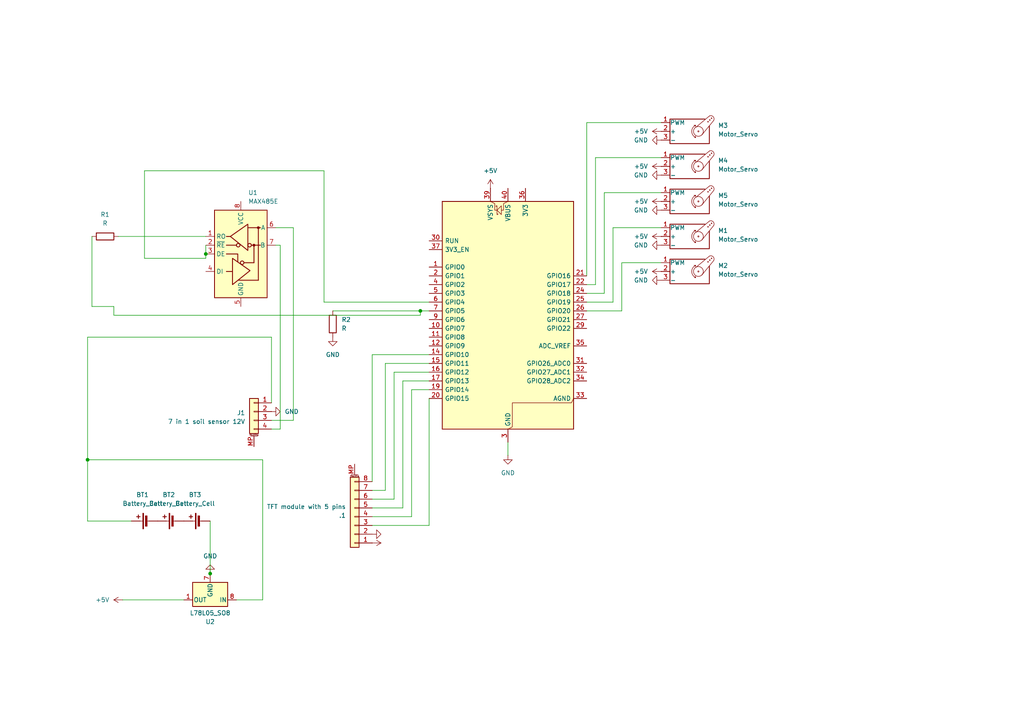
<source format=kicad_sch>
(kicad_sch
	(version 20250114)
	(generator "eeschema")
	(generator_version "9.0")
	(uuid "f53c4fb8-3aa5-4ef3-82d0-3428db65e41a")
	(paper "A4")
	(lib_symbols
		(symbol "Connector_Generic_MountingPin:Conn_01x04_MountingPin"
			(pin_names
				(offset 1.016)
				(hide yes)
			)
			(exclude_from_sim no)
			(in_bom yes)
			(on_board yes)
			(property "Reference" "J"
				(at 0 5.08 0)
				(effects
					(font
						(size 1.27 1.27)
					)
				)
			)
			(property "Value" "Conn_01x04_MountingPin"
				(at 1.27 -7.62 0)
				(effects
					(font
						(size 1.27 1.27)
					)
					(justify left)
				)
			)
			(property "Footprint" ""
				(at 0 0 0)
				(effects
					(font
						(size 1.27 1.27)
					)
					(hide yes)
				)
			)
			(property "Datasheet" "~"
				(at 0 0 0)
				(effects
					(font
						(size 1.27 1.27)
					)
					(hide yes)
				)
			)
			(property "Description" "Generic connectable mounting pin connector, single row, 01x04, script generated (kicad-library-utils/schlib/autogen/connector/)"
				(at 0 0 0)
				(effects
					(font
						(size 1.27 1.27)
					)
					(hide yes)
				)
			)
			(property "ki_keywords" "connector"
				(at 0 0 0)
				(effects
					(font
						(size 1.27 1.27)
					)
					(hide yes)
				)
			)
			(property "ki_fp_filters" "Connector*:*_1x??-1MP*"
				(at 0 0 0)
				(effects
					(font
						(size 1.27 1.27)
					)
					(hide yes)
				)
			)
			(symbol "Conn_01x04_MountingPin_1_1"
				(rectangle
					(start -1.27 3.81)
					(end 1.27 -6.35)
					(stroke
						(width 0.254)
						(type default)
					)
					(fill
						(type background)
					)
				)
				(rectangle
					(start -1.27 2.667)
					(end 0 2.413)
					(stroke
						(width 0.1524)
						(type default)
					)
					(fill
						(type none)
					)
				)
				(rectangle
					(start -1.27 0.127)
					(end 0 -0.127)
					(stroke
						(width 0.1524)
						(type default)
					)
					(fill
						(type none)
					)
				)
				(rectangle
					(start -1.27 -2.413)
					(end 0 -2.667)
					(stroke
						(width 0.1524)
						(type default)
					)
					(fill
						(type none)
					)
				)
				(rectangle
					(start -1.27 -4.953)
					(end 0 -5.207)
					(stroke
						(width 0.1524)
						(type default)
					)
					(fill
						(type none)
					)
				)
				(polyline
					(pts
						(xy -1.016 -7.112) (xy 1.016 -7.112)
					)
					(stroke
						(width 0.1524)
						(type default)
					)
					(fill
						(type none)
					)
				)
				(text "Mounting"
					(at 0 -6.731 0)
					(effects
						(font
							(size 0.381 0.381)
						)
					)
				)
				(pin passive line
					(at -5.08 2.54 0)
					(length 3.81)
					(name "Pin_1"
						(effects
							(font
								(size 1.27 1.27)
							)
						)
					)
					(number "1"
						(effects
							(font
								(size 1.27 1.27)
							)
						)
					)
				)
				(pin passive line
					(at -5.08 0 0)
					(length 3.81)
					(name "Pin_2"
						(effects
							(font
								(size 1.27 1.27)
							)
						)
					)
					(number "2"
						(effects
							(font
								(size 1.27 1.27)
							)
						)
					)
				)
				(pin passive line
					(at -5.08 -2.54 0)
					(length 3.81)
					(name "Pin_3"
						(effects
							(font
								(size 1.27 1.27)
							)
						)
					)
					(number "3"
						(effects
							(font
								(size 1.27 1.27)
							)
						)
					)
				)
				(pin passive line
					(at -5.08 -5.08 0)
					(length 3.81)
					(name "Pin_4"
						(effects
							(font
								(size 1.27 1.27)
							)
						)
					)
					(number "4"
						(effects
							(font
								(size 1.27 1.27)
							)
						)
					)
				)
				(pin passive line
					(at 0 -10.16 90)
					(length 3.048)
					(name "MountPin"
						(effects
							(font
								(size 1.27 1.27)
							)
						)
					)
					(number "MP"
						(effects
							(font
								(size 1.27 1.27)
							)
						)
					)
				)
			)
			(embedded_fonts no)
		)
		(symbol "Connector_Generic_MountingPin:Conn_01x08_MountingPin"
			(pin_names
				(offset 1.016)
				(hide yes)
			)
			(exclude_from_sim no)
			(in_bom yes)
			(on_board yes)
			(property "Reference" "J"
				(at 0 10.16 0)
				(effects
					(font
						(size 1.27 1.27)
					)
				)
			)
			(property "Value" "Conn_01x08_MountingPin"
				(at 1.27 -12.7 0)
				(effects
					(font
						(size 1.27 1.27)
					)
					(justify left)
				)
			)
			(property "Footprint" ""
				(at 0 0 0)
				(effects
					(font
						(size 1.27 1.27)
					)
					(hide yes)
				)
			)
			(property "Datasheet" "~"
				(at 0 0 0)
				(effects
					(font
						(size 1.27 1.27)
					)
					(hide yes)
				)
			)
			(property "Description" "Generic connectable mounting pin connector, single row, 01x08, script generated (kicad-library-utils/schlib/autogen/connector/)"
				(at 0 0 0)
				(effects
					(font
						(size 1.27 1.27)
					)
					(hide yes)
				)
			)
			(property "ki_keywords" "connector"
				(at 0 0 0)
				(effects
					(font
						(size 1.27 1.27)
					)
					(hide yes)
				)
			)
			(property "ki_fp_filters" "Connector*:*_1x??-1MP*"
				(at 0 0 0)
				(effects
					(font
						(size 1.27 1.27)
					)
					(hide yes)
				)
			)
			(symbol "Conn_01x08_MountingPin_1_1"
				(rectangle
					(start -1.27 8.89)
					(end 1.27 -11.43)
					(stroke
						(width 0.254)
						(type default)
					)
					(fill
						(type background)
					)
				)
				(rectangle
					(start -1.27 7.747)
					(end 0 7.493)
					(stroke
						(width 0.1524)
						(type default)
					)
					(fill
						(type none)
					)
				)
				(rectangle
					(start -1.27 5.207)
					(end 0 4.953)
					(stroke
						(width 0.1524)
						(type default)
					)
					(fill
						(type none)
					)
				)
				(rectangle
					(start -1.27 2.667)
					(end 0 2.413)
					(stroke
						(width 0.1524)
						(type default)
					)
					(fill
						(type none)
					)
				)
				(rectangle
					(start -1.27 0.127)
					(end 0 -0.127)
					(stroke
						(width 0.1524)
						(type default)
					)
					(fill
						(type none)
					)
				)
				(rectangle
					(start -1.27 -2.413)
					(end 0 -2.667)
					(stroke
						(width 0.1524)
						(type default)
					)
					(fill
						(type none)
					)
				)
				(rectangle
					(start -1.27 -4.953)
					(end 0 -5.207)
					(stroke
						(width 0.1524)
						(type default)
					)
					(fill
						(type none)
					)
				)
				(rectangle
					(start -1.27 -7.493)
					(end 0 -7.747)
					(stroke
						(width 0.1524)
						(type default)
					)
					(fill
						(type none)
					)
				)
				(rectangle
					(start -1.27 -10.033)
					(end 0 -10.287)
					(stroke
						(width 0.1524)
						(type default)
					)
					(fill
						(type none)
					)
				)
				(polyline
					(pts
						(xy -1.016 -12.192) (xy 1.016 -12.192)
					)
					(stroke
						(width 0.1524)
						(type default)
					)
					(fill
						(type none)
					)
				)
				(text "Mounting"
					(at 0 -11.811 0)
					(effects
						(font
							(size 0.381 0.381)
						)
					)
				)
				(pin passive line
					(at -5.08 7.62 0)
					(length 3.81)
					(name "Pin_1"
						(effects
							(font
								(size 1.27 1.27)
							)
						)
					)
					(number "1"
						(effects
							(font
								(size 1.27 1.27)
							)
						)
					)
				)
				(pin passive line
					(at -5.08 5.08 0)
					(length 3.81)
					(name "Pin_2"
						(effects
							(font
								(size 1.27 1.27)
							)
						)
					)
					(number "2"
						(effects
							(font
								(size 1.27 1.27)
							)
						)
					)
				)
				(pin passive line
					(at -5.08 2.54 0)
					(length 3.81)
					(name "Pin_3"
						(effects
							(font
								(size 1.27 1.27)
							)
						)
					)
					(number "3"
						(effects
							(font
								(size 1.27 1.27)
							)
						)
					)
				)
				(pin passive line
					(at -5.08 0 0)
					(length 3.81)
					(name "Pin_4"
						(effects
							(font
								(size 1.27 1.27)
							)
						)
					)
					(number "4"
						(effects
							(font
								(size 1.27 1.27)
							)
						)
					)
				)
				(pin passive line
					(at -5.08 -2.54 0)
					(length 3.81)
					(name "Pin_5"
						(effects
							(font
								(size 1.27 1.27)
							)
						)
					)
					(number "5"
						(effects
							(font
								(size 1.27 1.27)
							)
						)
					)
				)
				(pin passive line
					(at -5.08 -5.08 0)
					(length 3.81)
					(name "Pin_6"
						(effects
							(font
								(size 1.27 1.27)
							)
						)
					)
					(number "6"
						(effects
							(font
								(size 1.27 1.27)
							)
						)
					)
				)
				(pin passive line
					(at -5.08 -7.62 0)
					(length 3.81)
					(name "Pin_7"
						(effects
							(font
								(size 1.27 1.27)
							)
						)
					)
					(number "7"
						(effects
							(font
								(size 1.27 1.27)
							)
						)
					)
				)
				(pin passive line
					(at -5.08 -10.16 0)
					(length 3.81)
					(name "Pin_8"
						(effects
							(font
								(size 1.27 1.27)
							)
						)
					)
					(number "8"
						(effects
							(font
								(size 1.27 1.27)
							)
						)
					)
				)
				(pin passive line
					(at 0 -15.24 90)
					(length 3.048)
					(name "MountPin"
						(effects
							(font
								(size 1.27 1.27)
							)
						)
					)
					(number "MP"
						(effects
							(font
								(size 1.27 1.27)
							)
						)
					)
				)
			)
			(embedded_fonts no)
		)
		(symbol "Device:Battery_Cell"
			(pin_numbers
				(hide yes)
			)
			(pin_names
				(offset 0)
				(hide yes)
			)
			(exclude_from_sim no)
			(in_bom yes)
			(on_board yes)
			(property "Reference" "BT"
				(at 2.54 2.54 0)
				(effects
					(font
						(size 1.27 1.27)
					)
					(justify left)
				)
			)
			(property "Value" "Battery_Cell"
				(at 2.54 0 0)
				(effects
					(font
						(size 1.27 1.27)
					)
					(justify left)
				)
			)
			(property "Footprint" ""
				(at 0 1.524 90)
				(effects
					(font
						(size 1.27 1.27)
					)
					(hide yes)
				)
			)
			(property "Datasheet" "~"
				(at 0 1.524 90)
				(effects
					(font
						(size 1.27 1.27)
					)
					(hide yes)
				)
			)
			(property "Description" "Single-cell battery"
				(at 0 0 0)
				(effects
					(font
						(size 1.27 1.27)
					)
					(hide yes)
				)
			)
			(property "ki_keywords" "battery cell"
				(at 0 0 0)
				(effects
					(font
						(size 1.27 1.27)
					)
					(hide yes)
				)
			)
			(symbol "Battery_Cell_0_1"
				(rectangle
					(start -2.286 1.778)
					(end 2.286 1.524)
					(stroke
						(width 0)
						(type default)
					)
					(fill
						(type outline)
					)
				)
				(rectangle
					(start -1.524 1.016)
					(end 1.524 0.508)
					(stroke
						(width 0)
						(type default)
					)
					(fill
						(type outline)
					)
				)
				(polyline
					(pts
						(xy 0 1.778) (xy 0 2.54)
					)
					(stroke
						(width 0)
						(type default)
					)
					(fill
						(type none)
					)
				)
				(polyline
					(pts
						(xy 0 0.762) (xy 0 0)
					)
					(stroke
						(width 0)
						(type default)
					)
					(fill
						(type none)
					)
				)
				(polyline
					(pts
						(xy 0.762 3.048) (xy 1.778 3.048)
					)
					(stroke
						(width 0.254)
						(type default)
					)
					(fill
						(type none)
					)
				)
				(polyline
					(pts
						(xy 1.27 3.556) (xy 1.27 2.54)
					)
					(stroke
						(width 0.254)
						(type default)
					)
					(fill
						(type none)
					)
				)
			)
			(symbol "Battery_Cell_1_1"
				(pin passive line
					(at 0 5.08 270)
					(length 2.54)
					(name "+"
						(effects
							(font
								(size 1.27 1.27)
							)
						)
					)
					(number "1"
						(effects
							(font
								(size 1.27 1.27)
							)
						)
					)
				)
				(pin passive line
					(at 0 -2.54 90)
					(length 2.54)
					(name "-"
						(effects
							(font
								(size 1.27 1.27)
							)
						)
					)
					(number "2"
						(effects
							(font
								(size 1.27 1.27)
							)
						)
					)
				)
			)
			(embedded_fonts no)
		)
		(symbol "Device:R"
			(pin_numbers
				(hide yes)
			)
			(pin_names
				(offset 0)
			)
			(exclude_from_sim no)
			(in_bom yes)
			(on_board yes)
			(property "Reference" "R"
				(at 2.032 0 90)
				(effects
					(font
						(size 1.27 1.27)
					)
				)
			)
			(property "Value" "R"
				(at 0 0 90)
				(effects
					(font
						(size 1.27 1.27)
					)
				)
			)
			(property "Footprint" ""
				(at -1.778 0 90)
				(effects
					(font
						(size 1.27 1.27)
					)
					(hide yes)
				)
			)
			(property "Datasheet" "~"
				(at 0 0 0)
				(effects
					(font
						(size 1.27 1.27)
					)
					(hide yes)
				)
			)
			(property "Description" "Resistor"
				(at 0 0 0)
				(effects
					(font
						(size 1.27 1.27)
					)
					(hide yes)
				)
			)
			(property "ki_keywords" "R res resistor"
				(at 0 0 0)
				(effects
					(font
						(size 1.27 1.27)
					)
					(hide yes)
				)
			)
			(property "ki_fp_filters" "R_*"
				(at 0 0 0)
				(effects
					(font
						(size 1.27 1.27)
					)
					(hide yes)
				)
			)
			(symbol "R_0_1"
				(rectangle
					(start -1.016 -2.54)
					(end 1.016 2.54)
					(stroke
						(width 0.254)
						(type default)
					)
					(fill
						(type none)
					)
				)
			)
			(symbol "R_1_1"
				(pin passive line
					(at 0 3.81 270)
					(length 1.27)
					(name "~"
						(effects
							(font
								(size 1.27 1.27)
							)
						)
					)
					(number "1"
						(effects
							(font
								(size 1.27 1.27)
							)
						)
					)
				)
				(pin passive line
					(at 0 -3.81 90)
					(length 1.27)
					(name "~"
						(effects
							(font
								(size 1.27 1.27)
							)
						)
					)
					(number "2"
						(effects
							(font
								(size 1.27 1.27)
							)
						)
					)
				)
			)
			(embedded_fonts no)
		)
		(symbol "Interface_UART:MAX485E"
			(exclude_from_sim no)
			(in_bom yes)
			(on_board yes)
			(property "Reference" "U"
				(at -6.985 13.97 0)
				(effects
					(font
						(size 1.27 1.27)
					)
				)
			)
			(property "Value" "MAX485E"
				(at 1.905 13.97 0)
				(effects
					(font
						(size 1.27 1.27)
					)
					(justify left)
				)
			)
			(property "Footprint" "Package_SO:SOIC-8_3.9x4.9mm_P1.27mm"
				(at 0 -22.86 0)
				(effects
					(font
						(size 1.27 1.27)
					)
					(hide yes)
				)
			)
			(property "Datasheet" "https://datasheets.maximintegrated.com/en/ds/MAX1487E-MAX491E.pdf"
				(at 0 1.27 0)
				(effects
					(font
						(size 1.27 1.27)
					)
					(hide yes)
				)
			)
			(property "Description" "Half duplex RS-485/RS-422, 2.5 Mbps, ±15kV electro-static discharge (ESD) protection, no slew-rate, no low-power shutdown, with receiver/driver enable, 32 receiver drive capability, DIP-8 and SOIC-8"
				(at 0 0 0)
				(effects
					(font
						(size 1.27 1.27)
					)
					(hide yes)
				)
			)
			(property "ki_keywords" "transceiver"
				(at 0 0 0)
				(effects
					(font
						(size 1.27 1.27)
					)
					(hide yes)
				)
			)
			(property "ki_fp_filters" "DIP*W7.62mm* SOIC*3.9x4.9mm*P1.27mm*"
				(at 0 0 0)
				(effects
					(font
						(size 1.27 1.27)
					)
					(hide yes)
				)
			)
			(symbol "MAX485E_0_1"
				(rectangle
					(start -7.62 12.7)
					(end 7.62 -12.7)
					(stroke
						(width 0.254)
						(type default)
					)
					(fill
						(type background)
					)
				)
				(polyline
					(pts
						(xy -4.191 2.54) (xy -1.27 2.54)
					)
					(stroke
						(width 0.254)
						(type default)
					)
					(fill
						(type none)
					)
				)
				(polyline
					(pts
						(xy -4.191 0) (xy -0.889 0) (xy -0.889 -2.286)
					)
					(stroke
						(width 0.254)
						(type default)
					)
					(fill
						(type none)
					)
				)
				(polyline
					(pts
						(xy -3.175 5.08) (xy -4.191 5.08) (xy -4.064 5.08)
					)
					(stroke
						(width 0.254)
						(type default)
					)
					(fill
						(type none)
					)
				)
				(polyline
					(pts
						(xy -2.54 -5.08) (xy -4.191 -5.08)
					)
					(stroke
						(width 0.254)
						(type default)
					)
					(fill
						(type none)
					)
				)
				(polyline
					(pts
						(xy -2.413 -5.08) (xy -2.413 -1.27) (xy 2.667 -4.826) (xy -2.413 -8.89) (xy -2.413 -5.08)
					)
					(stroke
						(width 0.254)
						(type default)
					)
					(fill
						(type none)
					)
				)
				(polyline
					(pts
						(xy -0.635 -7.62) (xy 5.08 -7.62)
					)
					(stroke
						(width 0.254)
						(type default)
					)
					(fill
						(type none)
					)
				)
				(circle
					(center 0.381 -2.54)
					(radius 0.508)
					(stroke
						(width 0.254)
						(type default)
					)
					(fill
						(type none)
					)
				)
				(polyline
					(pts
						(xy 0.889 -2.54) (xy 3.81 -2.54)
					)
					(stroke
						(width 0.254)
						(type default)
					)
					(fill
						(type none)
					)
				)
				(polyline
					(pts
						(xy 2.032 7.62) (xy 5.715 7.62)
					)
					(stroke
						(width 0.254)
						(type default)
					)
					(fill
						(type none)
					)
				)
				(polyline
					(pts
						(xy 3.048 2.54) (xy 5.715 2.54)
					)
					(stroke
						(width 0.254)
						(type default)
					)
					(fill
						(type none)
					)
				)
				(circle
					(center 3.81 2.54)
					(radius 0.2794)
					(stroke
						(width 0.254)
						(type default)
					)
					(fill
						(type outline)
					)
				)
				(polyline
					(pts
						(xy 3.81 -2.54) (xy 3.81 2.54)
					)
					(stroke
						(width 0.254)
						(type default)
					)
					(fill
						(type none)
					)
				)
				(polyline
					(pts
						(xy 5.08 -7.62) (xy 5.08 7.62)
					)
					(stroke
						(width 0.254)
						(type default)
					)
					(fill
						(type none)
					)
				)
			)
			(symbol "MAX485E_1_1"
				(circle
					(center -0.762 2.54)
					(radius 0.508)
					(stroke
						(width 0.254)
						(type default)
					)
					(fill
						(type none)
					)
				)
				(polyline
					(pts
						(xy 2.032 4.826) (xy 2.032 8.636) (xy -3.048 5.08) (xy 2.032 1.016) (xy 2.032 4.826)
					)
					(stroke
						(width 0.254)
						(type default)
					)
					(fill
						(type none)
					)
				)
				(circle
					(center 2.54 2.54)
					(radius 0.508)
					(stroke
						(width 0.254)
						(type default)
					)
					(fill
						(type none)
					)
				)
				(circle
					(center 5.08 7.62)
					(radius 0.2794)
					(stroke
						(width 0.254)
						(type default)
					)
					(fill
						(type outline)
					)
				)
				(pin output line
					(at -10.16 5.08 0)
					(length 2.54)
					(name "RO"
						(effects
							(font
								(size 1.27 1.27)
							)
						)
					)
					(number "1"
						(effects
							(font
								(size 1.27 1.27)
							)
						)
					)
				)
				(pin input line
					(at -10.16 2.54 0)
					(length 2.54)
					(name "~{RE}"
						(effects
							(font
								(size 1.27 1.27)
							)
						)
					)
					(number "2"
						(effects
							(font
								(size 1.27 1.27)
							)
						)
					)
				)
				(pin input line
					(at -10.16 0 0)
					(length 2.54)
					(name "DE"
						(effects
							(font
								(size 1.27 1.27)
							)
						)
					)
					(number "3"
						(effects
							(font
								(size 1.27 1.27)
							)
						)
					)
				)
				(pin input line
					(at -10.16 -5.08 0)
					(length 2.54)
					(name "DI"
						(effects
							(font
								(size 1.27 1.27)
							)
						)
					)
					(number "4"
						(effects
							(font
								(size 1.27 1.27)
							)
						)
					)
				)
				(pin power_in line
					(at 0 15.24 270)
					(length 2.54)
					(name "VCC"
						(effects
							(font
								(size 1.27 1.27)
							)
						)
					)
					(number "8"
						(effects
							(font
								(size 1.27 1.27)
							)
						)
					)
				)
				(pin power_in line
					(at 0 -15.24 90)
					(length 2.54)
					(name "GND"
						(effects
							(font
								(size 1.27 1.27)
							)
						)
					)
					(number "5"
						(effects
							(font
								(size 1.27 1.27)
							)
						)
					)
				)
				(pin bidirectional line
					(at 10.16 7.62 180)
					(length 2.54)
					(name "A"
						(effects
							(font
								(size 1.27 1.27)
							)
						)
					)
					(number "6"
						(effects
							(font
								(size 1.27 1.27)
							)
						)
					)
				)
				(pin bidirectional line
					(at 10.16 2.54 180)
					(length 2.54)
					(name "B"
						(effects
							(font
								(size 1.27 1.27)
							)
						)
					)
					(number "7"
						(effects
							(font
								(size 1.27 1.27)
							)
						)
					)
				)
			)
			(embedded_fonts no)
		)
		(symbol "MCU_Module:RaspberryPi_Pico_W"
			(pin_names
				(offset 0.762)
			)
			(exclude_from_sim no)
			(in_bom yes)
			(on_board yes)
			(property "Reference" "A"
				(at -19.05 35.56 0)
				(effects
					(font
						(size 1.27 1.27)
					)
					(justify left)
				)
			)
			(property "Value" "RaspberryPi_Pico_W"
				(at 7.62 35.56 0)
				(effects
					(font
						(size 1.27 1.27)
					)
					(justify left)
				)
			)
			(property "Footprint" "Module:RaspberryPi_Pico_W_SMD_HandSolder"
				(at 0 -46.99 0)
				(effects
					(font
						(size 1.27 1.27)
					)
					(hide yes)
				)
			)
			(property "Datasheet" "https://datasheets.raspberrypi.com/picow/pico-w-datasheet.pdf"
				(at 0 -49.53 0)
				(effects
					(font
						(size 1.27 1.27)
					)
					(hide yes)
				)
			)
			(property "Description" "Versatile and inexpensive wireless microcontroller module powered by RP2040 dual-core Arm Cortex-M0+ processor up to 133 MHz, 264kB SRAM, 2MB QSPI flash, Infineon CYW43439 2.4GHz 802.11n wireless LAN; also supports Raspberry Pi Pico 2 W"
				(at 0 -52.07 0)
				(effects
					(font
						(size 1.27 1.27)
					)
					(hide yes)
				)
			)
			(property "ki_keywords" "RP2350A M33 RISC-V Hazard3 usb wifi bluetooth"
				(at 0 0 0)
				(effects
					(font
						(size 1.27 1.27)
					)
					(hide yes)
				)
			)
			(property "ki_fp_filters" "RaspberryPi?Pico?Common* RaspberryPi?Pico?W?SMD*"
				(at 0 0 0)
				(effects
					(font
						(size 1.27 1.27)
					)
					(hide yes)
				)
			)
			(symbol "RaspberryPi_Pico_W_0_1"
				(rectangle
					(start -19.05 34.29)
					(end 19.05 -31.75)
					(stroke
						(width 0.254)
						(type default)
					)
					(fill
						(type background)
					)
				)
				(polyline
					(pts
						(xy -5.08 34.29) (xy -3.81 33.655) (xy -3.81 31.75) (xy -3.175 31.75)
					)
					(stroke
						(width 0)
						(type default)
					)
					(fill
						(type none)
					)
				)
				(polyline
					(pts
						(xy -3.429 32.766) (xy -3.429 33.02) (xy -3.175 33.02) (xy -3.175 30.48) (xy -2.921 30.48) (xy -2.921 30.734)
					)
					(stroke
						(width 0)
						(type default)
					)
					(fill
						(type none)
					)
				)
				(polyline
					(pts
						(xy -3.175 31.75) (xy -1.905 33.02) (xy -1.905 30.48) (xy -3.175 31.75)
					)
					(stroke
						(width 0)
						(type default)
					)
					(fill
						(type none)
					)
				)
				(polyline
					(pts
						(xy 0 34.29) (xy -1.27 33.655) (xy -1.27 31.75) (xy -1.905 31.75)
					)
					(stroke
						(width 0)
						(type default)
					)
					(fill
						(type none)
					)
				)
				(polyline
					(pts
						(xy 0 -31.75) (xy 1.27 -31.115) (xy 1.27 -24.13) (xy 18.415 -24.13) (xy 19.05 -22.86)
					)
					(stroke
						(width 0)
						(type default)
					)
					(fill
						(type none)
					)
				)
			)
			(symbol "RaspberryPi_Pico_W_1_1"
				(pin passive line
					(at -22.86 22.86 0)
					(length 3.81)
					(name "RUN"
						(effects
							(font
								(size 1.27 1.27)
							)
						)
					)
					(number "30"
						(effects
							(font
								(size 1.27 1.27)
							)
						)
					)
					(alternate "~{RESET}" passive line)
				)
				(pin passive line
					(at -22.86 20.32 0)
					(length 3.81)
					(name "3V3_EN"
						(effects
							(font
								(size 1.27 1.27)
							)
						)
					)
					(number "37"
						(effects
							(font
								(size 1.27 1.27)
							)
						)
					)
					(alternate "~{3V3_DISABLE}" passive line)
				)
				(pin bidirectional line
					(at -22.86 15.24 0)
					(length 3.81)
					(name "GPIO0"
						(effects
							(font
								(size 1.27 1.27)
							)
						)
					)
					(number "1"
						(effects
							(font
								(size 1.27 1.27)
							)
						)
					)
					(alternate "I2C0_SDA" bidirectional line)
					(alternate "PWM0_A" output line)
					(alternate "SPI0_RX" input line)
					(alternate "UART0_TX" output line)
					(alternate "USB_OVCUR_DET" input line)
				)
				(pin bidirectional line
					(at -22.86 12.7 0)
					(length 3.81)
					(name "GPIO1"
						(effects
							(font
								(size 1.27 1.27)
							)
						)
					)
					(number "2"
						(effects
							(font
								(size 1.27 1.27)
							)
						)
					)
					(alternate "I2C0_SCL" bidirectional clock)
					(alternate "PWM0_B" bidirectional line)
					(alternate "UART0_RX" input line)
					(alternate "USB_VBUS_DET" passive line)
					(alternate "~{SPI0_CSn}" bidirectional line)
				)
				(pin bidirectional line
					(at -22.86 10.16 0)
					(length 3.81)
					(name "GPIO2"
						(effects
							(font
								(size 1.27 1.27)
							)
						)
					)
					(number "4"
						(effects
							(font
								(size 1.27 1.27)
							)
						)
					)
					(alternate "I2C1_SDA" bidirectional line)
					(alternate "PWM1_A" output line)
					(alternate "SPI0_SCK" bidirectional clock)
					(alternate "UART0_CTS" input line)
					(alternate "USB_VBUS_EN" output line)
				)
				(pin bidirectional line
					(at -22.86 7.62 0)
					(length 3.81)
					(name "GPIO3"
						(effects
							(font
								(size 1.27 1.27)
							)
						)
					)
					(number "5"
						(effects
							(font
								(size 1.27 1.27)
							)
						)
					)
					(alternate "I2C1_SCL" bidirectional clock)
					(alternate "PWM1_B" bidirectional line)
					(alternate "SPI0_TX" output line)
					(alternate "UART0_RTS" output line)
					(alternate "USB_OVCUR_DET" input line)
				)
				(pin bidirectional line
					(at -22.86 5.08 0)
					(length 3.81)
					(name "GPIO4"
						(effects
							(font
								(size 1.27 1.27)
							)
						)
					)
					(number "6"
						(effects
							(font
								(size 1.27 1.27)
							)
						)
					)
					(alternate "I2C0_SDA" bidirectional line)
					(alternate "PWM2_A" output line)
					(alternate "SPI0_RX" input line)
					(alternate "UART1_TX" output line)
					(alternate "USB_VBUS_DET" input line)
				)
				(pin bidirectional line
					(at -22.86 2.54 0)
					(length 3.81)
					(name "GPIO5"
						(effects
							(font
								(size 1.27 1.27)
							)
						)
					)
					(number "7"
						(effects
							(font
								(size 1.27 1.27)
							)
						)
					)
					(alternate "I2C0_SCL" bidirectional clock)
					(alternate "PWM2_B" bidirectional line)
					(alternate "UART1_RX" input line)
					(alternate "USB_VBUS_EN" output line)
					(alternate "~{SPI0_CSn}" bidirectional line)
				)
				(pin bidirectional line
					(at -22.86 0 0)
					(length 3.81)
					(name "GPIO6"
						(effects
							(font
								(size 1.27 1.27)
							)
						)
					)
					(number "9"
						(effects
							(font
								(size 1.27 1.27)
							)
						)
					)
					(alternate "I2C1_SDA" bidirectional line)
					(alternate "PWM3_A" output line)
					(alternate "SPI0_SCK" bidirectional clock)
					(alternate "UART1_CTS" input line)
					(alternate "USB_OVCUR_DET" input line)
				)
				(pin bidirectional line
					(at -22.86 -2.54 0)
					(length 3.81)
					(name "GPIO7"
						(effects
							(font
								(size 1.27 1.27)
							)
						)
					)
					(number "10"
						(effects
							(font
								(size 1.27 1.27)
							)
						)
					)
					(alternate "I2C1_SCL" bidirectional clock)
					(alternate "PWM3_B" bidirectional line)
					(alternate "SPI0_TX" output line)
					(alternate "UART1_RTS" output line)
					(alternate "USB_VBUS_DET" input line)
				)
				(pin bidirectional line
					(at -22.86 -5.08 0)
					(length 3.81)
					(name "GPIO8"
						(effects
							(font
								(size 1.27 1.27)
							)
						)
					)
					(number "11"
						(effects
							(font
								(size 1.27 1.27)
							)
						)
					)
					(alternate "I2C0_SDA" bidirectional line)
					(alternate "PWM4_A" output line)
					(alternate "SPI1_RX" input line)
					(alternate "UART1_TX" output line)
					(alternate "USB_VBUS_EN" output line)
				)
				(pin bidirectional line
					(at -22.86 -7.62 0)
					(length 3.81)
					(name "GPIO9"
						(effects
							(font
								(size 1.27 1.27)
							)
						)
					)
					(number "12"
						(effects
							(font
								(size 1.27 1.27)
							)
						)
					)
					(alternate "I2C0_SCL" bidirectional clock)
					(alternate "PWM4_B" bidirectional line)
					(alternate "UART1_RX" input line)
					(alternate "USB_OVCUR_DET" input line)
					(alternate "~{SPI1_CSn}" bidirectional line)
				)
				(pin bidirectional line
					(at -22.86 -10.16 0)
					(length 3.81)
					(name "GPIO10"
						(effects
							(font
								(size 1.27 1.27)
							)
						)
					)
					(number "14"
						(effects
							(font
								(size 1.27 1.27)
							)
						)
					)
					(alternate "I2C1_SDA" bidirectional line)
					(alternate "PWM5_A" output line)
					(alternate "SPI1_SCK" bidirectional clock)
					(alternate "UART1_CTS" input line)
					(alternate "USB_VBUS_DET" input line)
				)
				(pin bidirectional line
					(at -22.86 -12.7 0)
					(length 3.81)
					(name "GPIO11"
						(effects
							(font
								(size 1.27 1.27)
							)
						)
					)
					(number "15"
						(effects
							(font
								(size 1.27 1.27)
							)
						)
					)
					(alternate "I2C1_SCL" bidirectional clock)
					(alternate "PWM5_B" bidirectional line)
					(alternate "SPI1_TX" output line)
					(alternate "UART1_RTS" output line)
					(alternate "USB_VBUS_EN" output line)
				)
				(pin bidirectional line
					(at -22.86 -15.24 0)
					(length 3.81)
					(name "GPIO12"
						(effects
							(font
								(size 1.27 1.27)
							)
						)
					)
					(number "16"
						(effects
							(font
								(size 1.27 1.27)
							)
						)
					)
					(alternate "I2C0_SDA" bidirectional line)
					(alternate "PWM6_A" output line)
					(alternate "SPI1_RX" input line)
					(alternate "UART0_TX" output line)
					(alternate "USB_OVCUR_DET" input line)
				)
				(pin bidirectional line
					(at -22.86 -17.78 0)
					(length 3.81)
					(name "GPIO13"
						(effects
							(font
								(size 1.27 1.27)
							)
						)
					)
					(number "17"
						(effects
							(font
								(size 1.27 1.27)
							)
						)
					)
					(alternate "I2C0_SCL" bidirectional clock)
					(alternate "PWM6_B" bidirectional line)
					(alternate "UART0_RX" input line)
					(alternate "USB_VBUS_DET" input line)
					(alternate "~{SPI1_CSn}" bidirectional line)
				)
				(pin bidirectional line
					(at -22.86 -20.32 0)
					(length 3.81)
					(name "GPIO14"
						(effects
							(font
								(size 1.27 1.27)
							)
						)
					)
					(number "19"
						(effects
							(font
								(size 1.27 1.27)
							)
						)
					)
					(alternate "I2C1_SDA" bidirectional line)
					(alternate "PWM7_A" output line)
					(alternate "SPI1_SCK" bidirectional clock)
					(alternate "UART0_CTS" input line)
					(alternate "USB_VBUS_EN" output line)
				)
				(pin bidirectional line
					(at -22.86 -22.86 0)
					(length 3.81)
					(name "GPIO15"
						(effects
							(font
								(size 1.27 1.27)
							)
						)
					)
					(number "20"
						(effects
							(font
								(size 1.27 1.27)
							)
						)
					)
					(alternate "I2C1_SCL" bidirectional clock)
					(alternate "PWM7_B" bidirectional line)
					(alternate "SPI1_TX" output line)
					(alternate "UART0_RTS" output line)
					(alternate "USB_OVCUR_DET" input line)
				)
				(pin power_in line
					(at -5.08 38.1 270)
					(length 3.81)
					(name "VSYS"
						(effects
							(font
								(size 1.27 1.27)
							)
						)
					)
					(number "39"
						(effects
							(font
								(size 1.27 1.27)
							)
						)
					)
					(alternate "VSYS_OUT" power_out line)
				)
				(pin power_out line
					(at 0 38.1 270)
					(length 3.81)
					(name "VBUS"
						(effects
							(font
								(size 1.27 1.27)
							)
						)
					)
					(number "40"
						(effects
							(font
								(size 1.27 1.27)
							)
						)
					)
					(alternate "VBUS_IN" power_in line)
				)
				(pin passive line
					(at 0 -35.56 90)
					(length 3.81)
					(hide yes)
					(name "GND"
						(effects
							(font
								(size 1.27 1.27)
							)
						)
					)
					(number "13"
						(effects
							(font
								(size 1.27 1.27)
							)
						)
					)
				)
				(pin passive line
					(at 0 -35.56 90)
					(length 3.81)
					(hide yes)
					(name "GND"
						(effects
							(font
								(size 1.27 1.27)
							)
						)
					)
					(number "18"
						(effects
							(font
								(size 1.27 1.27)
							)
						)
					)
				)
				(pin passive line
					(at 0 -35.56 90)
					(length 3.81)
					(hide yes)
					(name "GND"
						(effects
							(font
								(size 1.27 1.27)
							)
						)
					)
					(number "23"
						(effects
							(font
								(size 1.27 1.27)
							)
						)
					)
				)
				(pin passive line
					(at 0 -35.56 90)
					(length 3.81)
					(hide yes)
					(name "GND"
						(effects
							(font
								(size 1.27 1.27)
							)
						)
					)
					(number "28"
						(effects
							(font
								(size 1.27 1.27)
							)
						)
					)
				)
				(pin power_out line
					(at 0 -35.56 90)
					(length 3.81)
					(name "GND"
						(effects
							(font
								(size 1.27 1.27)
							)
						)
					)
					(number "3"
						(effects
							(font
								(size 1.27 1.27)
							)
						)
					)
					(alternate "GND_IN" power_in line)
				)
				(pin passive line
					(at 0 -35.56 90)
					(length 3.81)
					(hide yes)
					(name "GND"
						(effects
							(font
								(size 1.27 1.27)
							)
						)
					)
					(number "38"
						(effects
							(font
								(size 1.27 1.27)
							)
						)
					)
				)
				(pin passive line
					(at 0 -35.56 90)
					(length 3.81)
					(hide yes)
					(name "GND"
						(effects
							(font
								(size 1.27 1.27)
							)
						)
					)
					(number "8"
						(effects
							(font
								(size 1.27 1.27)
							)
						)
					)
				)
				(pin power_out line
					(at 5.08 38.1 270)
					(length 3.81)
					(name "3V3"
						(effects
							(font
								(size 1.27 1.27)
							)
						)
					)
					(number "36"
						(effects
							(font
								(size 1.27 1.27)
							)
						)
					)
				)
				(pin bidirectional line
					(at 22.86 12.7 180)
					(length 3.81)
					(name "GPIO16"
						(effects
							(font
								(size 1.27 1.27)
							)
						)
					)
					(number "21"
						(effects
							(font
								(size 1.27 1.27)
							)
						)
					)
					(alternate "I2C0_SDA" bidirectional line)
					(alternate "PWM0_A" output line)
					(alternate "SPI0_RX" input line)
					(alternate "UART0_TX" output line)
					(alternate "USB_VBUS_DET" input line)
				)
				(pin bidirectional line
					(at 22.86 10.16 180)
					(length 3.81)
					(name "GPIO17"
						(effects
							(font
								(size 1.27 1.27)
							)
						)
					)
					(number "22"
						(effects
							(font
								(size 1.27 1.27)
							)
						)
					)
					(alternate "I2C0_SCL" bidirectional clock)
					(alternate "PWM0_B" bidirectional line)
					(alternate "UART0_RX" input line)
					(alternate "USB_VBUS_EN" output line)
					(alternate "~{SPI0_CSn}" bidirectional line)
				)
				(pin bidirectional line
					(at 22.86 7.62 180)
					(length 3.81)
					(name "GPIO18"
						(effects
							(font
								(size 1.27 1.27)
							)
						)
					)
					(number "24"
						(effects
							(font
								(size 1.27 1.27)
							)
						)
					)
					(alternate "I2C1_SDA" bidirectional line)
					(alternate "PWM1_A" output line)
					(alternate "SPI0_SCK" bidirectional clock)
					(alternate "UART0_CTS" input line)
					(alternate "USB_OVCUR_DET" input line)
				)
				(pin bidirectional line
					(at 22.86 5.08 180)
					(length 3.81)
					(name "GPIO19"
						(effects
							(font
								(size 1.27 1.27)
							)
						)
					)
					(number "25"
						(effects
							(font
								(size 1.27 1.27)
							)
						)
					)
					(alternate "I2C1_SCL" bidirectional clock)
					(alternate "PWM1_B" bidirectional line)
					(alternate "SPI0_TX" output line)
					(alternate "UART0_RTS" output line)
					(alternate "USB_VBUS_DET" input line)
				)
				(pin bidirectional line
					(at 22.86 2.54 180)
					(length 3.81)
					(name "GPIO20"
						(effects
							(font
								(size 1.27 1.27)
							)
						)
					)
					(number "26"
						(effects
							(font
								(size 1.27 1.27)
							)
						)
					)
					(alternate "CLOCK_GPIN0" input clock)
					(alternate "I2C0_SDA" bidirectional line)
					(alternate "PWM2_A" output line)
					(alternate "SPI0_RX" input line)
					(alternate "UART1_TX" output line)
					(alternate "USB_VBUS_EN" output line)
				)
				(pin bidirectional line
					(at 22.86 0 180)
					(length 3.81)
					(name "GPIO21"
						(effects
							(font
								(size 1.27 1.27)
							)
						)
					)
					(number "27"
						(effects
							(font
								(size 1.27 1.27)
							)
						)
					)
					(alternate "CLOCK_GPOUT0" output clock)
					(alternate "I2C0_SCL" bidirectional clock)
					(alternate "PWM2_B" bidirectional line)
					(alternate "UART1_RX" input line)
					(alternate "USB_OVCUR_DET" input line)
					(alternate "~{SPI0_CSn}" bidirectional line)
				)
				(pin bidirectional line
					(at 22.86 -2.54 180)
					(length 3.81)
					(name "GPIO22"
						(effects
							(font
								(size 1.27 1.27)
							)
						)
					)
					(number "29"
						(effects
							(font
								(size 1.27 1.27)
							)
						)
					)
					(alternate "CLOCK_GPIN1" input clock)
					(alternate "I2C1_SDA" bidirectional line)
					(alternate "PWM3_A" output line)
					(alternate "SPI0_SCK" bidirectional clock)
					(alternate "UART1_CTS" input line)
					(alternate "USB_VBUS_DET" input line)
				)
				(pin power_in line
					(at 22.86 -7.62 180)
					(length 3.81)
					(name "ADC_VREF"
						(effects
							(font
								(size 1.27 1.27)
							)
						)
					)
					(number "35"
						(effects
							(font
								(size 1.27 1.27)
							)
						)
					)
				)
				(pin bidirectional line
					(at 22.86 -12.7 180)
					(length 3.81)
					(name "GPIO26_ADC0"
						(effects
							(font
								(size 1.27 1.27)
							)
						)
					)
					(number "31"
						(effects
							(font
								(size 1.27 1.27)
							)
						)
					)
					(alternate "ADC0" input line)
					(alternate "GPIO26" bidirectional line)
					(alternate "I2C1_SDA" bidirectional line)
					(alternate "PWM5_A" output line)
					(alternate "SPI1_SCK" bidirectional clock)
					(alternate "UART1_CTS" input line)
					(alternate "USB_VBUS_EN" output line)
				)
				(pin bidirectional line
					(at 22.86 -15.24 180)
					(length 3.81)
					(name "GPIO27_ADC1"
						(effects
							(font
								(size 1.27 1.27)
							)
						)
					)
					(number "32"
						(effects
							(font
								(size 1.27 1.27)
							)
						)
					)
					(alternate "ADC1" input line)
					(alternate "GPIO27" bidirectional line)
					(alternate "I2C1_SCL" bidirectional clock)
					(alternate "PWM5_B" bidirectional line)
					(alternate "SPI1_TX" output line)
					(alternate "UART1_RTS" output line)
					(alternate "USB_OVCUR_DET" input line)
				)
				(pin bidirectional line
					(at 22.86 -17.78 180)
					(length 3.81)
					(name "GPIO28_ADC2"
						(effects
							(font
								(size 1.27 1.27)
							)
						)
					)
					(number "34"
						(effects
							(font
								(size 1.27 1.27)
							)
						)
					)
					(alternate "ADC2" input line)
					(alternate "GPIO28" bidirectional line)
					(alternate "I2C0_SDA" bidirectional line)
					(alternate "PWM6_A" output line)
					(alternate "SPI1_RX" input line)
					(alternate "UART0_TX" output line)
					(alternate "USB_VBUS_DET" input line)
				)
				(pin power_out line
					(at 22.86 -22.86 180)
					(length 3.81)
					(name "AGND"
						(effects
							(font
								(size 1.27 1.27)
							)
						)
					)
					(number "33"
						(effects
							(font
								(size 1.27 1.27)
							)
						)
					)
					(alternate "GND" passive line)
				)
			)
			(embedded_fonts no)
		)
		(symbol "Motor:Motor_Servo"
			(pin_names
				(offset 0.0254)
			)
			(exclude_from_sim no)
			(in_bom yes)
			(on_board yes)
			(property "Reference" "M"
				(at -5.08 4.445 0)
				(effects
					(font
						(size 1.27 1.27)
					)
					(justify left)
				)
			)
			(property "Value" "Motor_Servo"
				(at -5.08 -4.064 0)
				(effects
					(font
						(size 1.27 1.27)
					)
					(justify left top)
				)
			)
			(property "Footprint" ""
				(at 0 -4.826 0)
				(effects
					(font
						(size 1.27 1.27)
					)
					(hide yes)
				)
			)
			(property "Datasheet" "http://forums.parallax.com/uploads/attachments/46831/74481.png"
				(at 0 -4.826 0)
				(effects
					(font
						(size 1.27 1.27)
					)
					(hide yes)
				)
			)
			(property "Description" "Servo Motor (Futaba, HiTec, JR connector)"
				(at 0 0 0)
				(effects
					(font
						(size 1.27 1.27)
					)
					(hide yes)
				)
			)
			(property "ki_keywords" "Servo Motor"
				(at 0 0 0)
				(effects
					(font
						(size 1.27 1.27)
					)
					(hide yes)
				)
			)
			(property "ki_fp_filters" "PinHeader*P2.54mm*"
				(at 0 0 0)
				(effects
					(font
						(size 1.27 1.27)
					)
					(hide yes)
				)
			)
			(symbol "Motor_Servo_0_1"
				(polyline
					(pts
						(xy 2.413 1.778) (xy 1.905 1.778)
					)
					(stroke
						(width 0)
						(type default)
					)
					(fill
						(type none)
					)
				)
				(polyline
					(pts
						(xy 2.413 1.778) (xy 2.286 1.397)
					)
					(stroke
						(width 0)
						(type default)
					)
					(fill
						(type none)
					)
				)
				(polyline
					(pts
						(xy 2.413 -1.778) (xy 2.032 -1.778)
					)
					(stroke
						(width 0)
						(type default)
					)
					(fill
						(type none)
					)
				)
				(polyline
					(pts
						(xy 2.413 -1.778) (xy 2.286 -1.397)
					)
					(stroke
						(width 0)
						(type default)
					)
					(fill
						(type none)
					)
				)
				(arc
					(start 2.413 -1.778)
					(mid 1.2406 0)
					(end 2.413 1.778)
					(stroke
						(width 0)
						(type default)
					)
					(fill
						(type none)
					)
				)
				(circle
					(center 3.175 0)
					(radius 0.1778)
					(stroke
						(width 0)
						(type default)
					)
					(fill
						(type none)
					)
				)
				(circle
					(center 3.175 0)
					(radius 1.4224)
					(stroke
						(width 0)
						(type default)
					)
					(fill
						(type none)
					)
				)
				(polyline
					(pts
						(xy 5.08 3.556) (xy -5.08 3.556) (xy -5.08 -3.556) (xy 6.35 -3.556) (xy 6.35 1.524)
					)
					(stroke
						(width 0.254)
						(type default)
					)
					(fill
						(type none)
					)
				)
				(circle
					(center 5.969 2.794)
					(radius 0.127)
					(stroke
						(width 0)
						(type default)
					)
					(fill
						(type none)
					)
				)
				(polyline
					(pts
						(xy 6.35 4.445) (xy 2.54 1.27)
					)
					(stroke
						(width 0)
						(type default)
					)
					(fill
						(type none)
					)
				)
				(circle
					(center 6.477 3.302)
					(radius 0.127)
					(stroke
						(width 0)
						(type default)
					)
					(fill
						(type none)
					)
				)
				(arc
					(start 6.35 4.445)
					(mid 7.4487 4.2737)
					(end 7.62 3.175)
					(stroke
						(width 0)
						(type default)
					)
					(fill
						(type none)
					)
				)
				(circle
					(center 6.985 3.81)
					(radius 0.127)
					(stroke
						(width 0)
						(type default)
					)
					(fill
						(type none)
					)
				)
				(polyline
					(pts
						(xy 7.62 3.175) (xy 4.191 -1.016)
					)
					(stroke
						(width 0)
						(type default)
					)
					(fill
						(type none)
					)
				)
			)
			(symbol "Motor_Servo_1_1"
				(pin passive line
					(at -7.62 2.54 0)
					(length 2.54)
					(name "PWM"
						(effects
							(font
								(size 1.27 1.27)
							)
						)
					)
					(number "1"
						(effects
							(font
								(size 1.27 1.27)
							)
						)
					)
				)
				(pin passive line
					(at -7.62 0 0)
					(length 2.54)
					(name "+"
						(effects
							(font
								(size 1.27 1.27)
							)
						)
					)
					(number "2"
						(effects
							(font
								(size 1.27 1.27)
							)
						)
					)
				)
				(pin passive line
					(at -7.62 -2.54 0)
					(length 2.54)
					(name "-"
						(effects
							(font
								(size 1.27 1.27)
							)
						)
					)
					(number "3"
						(effects
							(font
								(size 1.27 1.27)
							)
						)
					)
				)
			)
			(embedded_fonts no)
		)
		(symbol "Regulator_Linear:L78L05_SO8"
			(pin_names
				(offset 0.254)
			)
			(exclude_from_sim no)
			(in_bom yes)
			(on_board yes)
			(property "Reference" "U"
				(at -3.81 3.175 0)
				(effects
					(font
						(size 1.27 1.27)
					)
				)
			)
			(property "Value" "L78L05_SO8"
				(at 0 3.175 0)
				(effects
					(font
						(size 1.27 1.27)
					)
					(justify left)
				)
			)
			(property "Footprint" "Package_SO:SOIC-8_3.9x4.9mm_P1.27mm"
				(at 2.54 5.08 0)
				(effects
					(font
						(size 1.27 1.27)
						(italic yes)
					)
					(hide yes)
				)
			)
			(property "Datasheet" "http://www.st.com/content/ccc/resource/technical/document/datasheet/15/55/e5/aa/23/5b/43/fd/CD00000446.pdf/files/CD00000446.pdf/jcr:content/translations/en.CD00000446.pdf"
				(at 5.08 0 0)
				(effects
					(font
						(size 1.27 1.27)
					)
					(hide yes)
				)
			)
			(property "Description" "Positive 100mA 30V Linear Regulator, Fixed Output 5V, SO-8"
				(at 0 0 0)
				(effects
					(font
						(size 1.27 1.27)
					)
					(hide yes)
				)
			)
			(property "ki_keywords" "Voltage Regulator 100mA Positive"
				(at 0 0 0)
				(effects
					(font
						(size 1.27 1.27)
					)
					(hide yes)
				)
			)
			(property "ki_fp_filters" "SOIC*3.9x4.9mm*P1.27mm*"
				(at 0 0 0)
				(effects
					(font
						(size 1.27 1.27)
					)
					(hide yes)
				)
			)
			(symbol "L78L05_SO8_0_1"
				(rectangle
					(start -5.08 1.905)
					(end 5.08 -5.08)
					(stroke
						(width 0.254)
						(type default)
					)
					(fill
						(type background)
					)
				)
			)
			(symbol "L78L05_SO8_1_1"
				(pin power_in line
					(at -7.62 0 0)
					(length 2.54)
					(name "IN"
						(effects
							(font
								(size 1.27 1.27)
							)
						)
					)
					(number "8"
						(effects
							(font
								(size 1.27 1.27)
							)
						)
					)
				)
				(pin no_connect line
					(at -5.08 -2.54 0)
					(length 2.54)
					(hide yes)
					(name "NC"
						(effects
							(font
								(size 1.27 1.27)
							)
						)
					)
					(number "4"
						(effects
							(font
								(size 1.27 1.27)
							)
						)
					)
				)
				(pin passive line
					(at 0 -7.62 90)
					(length 2.54)
					(hide yes)
					(name "GND"
						(effects
							(font
								(size 1.27 1.27)
							)
						)
					)
					(number "2"
						(effects
							(font
								(size 1.27 1.27)
							)
						)
					)
				)
				(pin passive line
					(at 0 -7.62 90)
					(length 2.54)
					(hide yes)
					(name "GND"
						(effects
							(font
								(size 1.27 1.27)
							)
						)
					)
					(number "3"
						(effects
							(font
								(size 1.27 1.27)
							)
						)
					)
				)
				(pin passive line
					(at 0 -7.62 90)
					(length 2.54)
					(hide yes)
					(name "GND"
						(effects
							(font
								(size 1.27 1.27)
							)
						)
					)
					(number "6"
						(effects
							(font
								(size 1.27 1.27)
							)
						)
					)
				)
				(pin power_in line
					(at 0 -7.62 90)
					(length 2.54)
					(name "GND"
						(effects
							(font
								(size 1.27 1.27)
							)
						)
					)
					(number "7"
						(effects
							(font
								(size 1.27 1.27)
							)
						)
					)
				)
				(pin no_connect line
					(at 5.08 -2.54 180)
					(length 2.54)
					(hide yes)
					(name "NC"
						(effects
							(font
								(size 1.27 1.27)
							)
						)
					)
					(number "5"
						(effects
							(font
								(size 1.27 1.27)
							)
						)
					)
				)
				(pin power_out line
					(at 7.62 0 180)
					(length 2.54)
					(name "OUT"
						(effects
							(font
								(size 1.27 1.27)
							)
						)
					)
					(number "1"
						(effects
							(font
								(size 1.27 1.27)
							)
						)
					)
				)
			)
			(embedded_fonts no)
		)
		(symbol "power:+5V"
			(power)
			(pin_numbers
				(hide yes)
			)
			(pin_names
				(offset 0)
				(hide yes)
			)
			(exclude_from_sim no)
			(in_bom yes)
			(on_board yes)
			(property "Reference" "#PWR"
				(at 0 -3.81 0)
				(effects
					(font
						(size 1.27 1.27)
					)
					(hide yes)
				)
			)
			(property "Value" "+5V"
				(at 0 3.556 0)
				(effects
					(font
						(size 1.27 1.27)
					)
				)
			)
			(property "Footprint" ""
				(at 0 0 0)
				(effects
					(font
						(size 1.27 1.27)
					)
					(hide yes)
				)
			)
			(property "Datasheet" ""
				(at 0 0 0)
				(effects
					(font
						(size 1.27 1.27)
					)
					(hide yes)
				)
			)
			(property "Description" "Power symbol creates a global label with name \"+5V\""
				(at 0 0 0)
				(effects
					(font
						(size 1.27 1.27)
					)
					(hide yes)
				)
			)
			(property "ki_keywords" "global power"
				(at 0 0 0)
				(effects
					(font
						(size 1.27 1.27)
					)
					(hide yes)
				)
			)
			(symbol "+5V_0_1"
				(polyline
					(pts
						(xy -0.762 1.27) (xy 0 2.54)
					)
					(stroke
						(width 0)
						(type default)
					)
					(fill
						(type none)
					)
				)
				(polyline
					(pts
						(xy 0 2.54) (xy 0.762 1.27)
					)
					(stroke
						(width 0)
						(type default)
					)
					(fill
						(type none)
					)
				)
				(polyline
					(pts
						(xy 0 0) (xy 0 2.54)
					)
					(stroke
						(width 0)
						(type default)
					)
					(fill
						(type none)
					)
				)
			)
			(symbol "+5V_1_1"
				(pin power_in line
					(at 0 0 90)
					(length 0)
					(name "~"
						(effects
							(font
								(size 1.27 1.27)
							)
						)
					)
					(number "1"
						(effects
							(font
								(size 1.27 1.27)
							)
						)
					)
				)
			)
			(embedded_fonts no)
		)
		(symbol "power:GND"
			(power)
			(pin_numbers
				(hide yes)
			)
			(pin_names
				(offset 0)
				(hide yes)
			)
			(exclude_from_sim no)
			(in_bom yes)
			(on_board yes)
			(property "Reference" "#PWR"
				(at 0 -6.35 0)
				(effects
					(font
						(size 1.27 1.27)
					)
					(hide yes)
				)
			)
			(property "Value" "GND"
				(at 0 -3.81 0)
				(effects
					(font
						(size 1.27 1.27)
					)
				)
			)
			(property "Footprint" ""
				(at 0 0 0)
				(effects
					(font
						(size 1.27 1.27)
					)
					(hide yes)
				)
			)
			(property "Datasheet" ""
				(at 0 0 0)
				(effects
					(font
						(size 1.27 1.27)
					)
					(hide yes)
				)
			)
			(property "Description" "Power symbol creates a global label with name \"GND\" , ground"
				(at 0 0 0)
				(effects
					(font
						(size 1.27 1.27)
					)
					(hide yes)
				)
			)
			(property "ki_keywords" "global power"
				(at 0 0 0)
				(effects
					(font
						(size 1.27 1.27)
					)
					(hide yes)
				)
			)
			(symbol "GND_0_1"
				(polyline
					(pts
						(xy 0 0) (xy 0 -1.27) (xy 1.27 -1.27) (xy 0 -2.54) (xy -1.27 -1.27) (xy 0 -1.27)
					)
					(stroke
						(width 0)
						(type default)
					)
					(fill
						(type none)
					)
				)
			)
			(symbol "GND_1_1"
				(pin power_in line
					(at 0 0 270)
					(length 0)
					(name "~"
						(effects
							(font
								(size 1.27 1.27)
							)
						)
					)
					(number "1"
						(effects
							(font
								(size 1.27 1.27)
							)
						)
					)
				)
			)
			(embedded_fonts no)
		)
	)
	(junction
		(at 121.92 90.17)
		(diameter 0)
		(color 0 0 0 0)
		(uuid "0954149c-da44-484b-a8d7-1918424a30c6")
	)
	(junction
		(at 25.4 133.35)
		(diameter 0)
		(color 0 0 0 0)
		(uuid "2fa8903f-8c28-4388-9d61-6ff1868b68c2")
	)
	(junction
		(at 59.69 73.66)
		(diameter 0)
		(color 0 0 0 0)
		(uuid "5022cf9c-a000-4699-9e63-c985b9f28751")
	)
	(junction
		(at 60.96 166.37)
		(diameter 0)
		(color 0 0 0 0)
		(uuid "844d1c31-83a4-4699-88cc-bae3065315dc")
	)
	(wire
		(pts
			(xy 107.95 142.24) (xy 111.76 142.24)
		)
		(stroke
			(width 0)
			(type default)
		)
		(uuid "00981c63-e4c5-4d76-9032-fa5f1fb34344")
	)
	(wire
		(pts
			(xy 81.28 124.46) (xy 81.28 71.12)
		)
		(stroke
			(width 0)
			(type default)
		)
		(uuid "01475394-97dd-400f-93ca-4a6df227215a")
	)
	(wire
		(pts
			(xy 25.4 151.13) (xy 38.1 151.13)
		)
		(stroke
			(width 0)
			(type default)
		)
		(uuid "0b2b5618-c638-407f-b7bd-8fd02134b0d6")
	)
	(wire
		(pts
			(xy 93.98 87.63) (xy 124.46 87.63)
		)
		(stroke
			(width 0)
			(type default)
		)
		(uuid "0b379e3d-f50f-48e2-a9e0-f6bafae0d1bc")
	)
	(wire
		(pts
			(xy 107.95 144.78) (xy 114.3 144.78)
		)
		(stroke
			(width 0)
			(type default)
		)
		(uuid "0f396499-d8e7-4074-9522-d6027bdbec4f")
	)
	(wire
		(pts
			(xy 107.95 147.32) (xy 116.84 147.32)
		)
		(stroke
			(width 0)
			(type default)
		)
		(uuid "0f715678-b26d-49a7-9f82-21bce2574a1e")
	)
	(wire
		(pts
			(xy 191.77 66.04) (xy 177.8 66.04)
		)
		(stroke
			(width 0)
			(type default)
		)
		(uuid "0f96ed83-af82-4c0d-af94-aec8f2cdf82c")
	)
	(wire
		(pts
			(xy 170.18 35.56) (xy 170.18 80.01)
		)
		(stroke
			(width 0)
			(type default)
		)
		(uuid "129c9cd6-9d67-4805-9d13-cd1ce9da2790")
	)
	(wire
		(pts
			(xy 33.02 88.9) (xy 33.02 91.44)
		)
		(stroke
			(width 0)
			(type default)
		)
		(uuid "16567df4-2475-46ec-aa7e-415a3a2ba672")
	)
	(wire
		(pts
			(xy 78.74 116.84) (xy 78.74 97.79)
		)
		(stroke
			(width 0)
			(type default)
		)
		(uuid "16a78a14-5d0f-4d57-8801-97a3d68ac187")
	)
	(wire
		(pts
			(xy 107.95 149.86) (xy 119.38 149.86)
		)
		(stroke
			(width 0)
			(type default)
		)
		(uuid "1940c5e0-2ee1-44fc-90e5-ae6234870ed0")
	)
	(wire
		(pts
			(xy 93.98 49.53) (xy 93.98 87.63)
		)
		(stroke
			(width 0)
			(type default)
		)
		(uuid "1e13b097-2245-4c9b-a94a-2756d76d1a7f")
	)
	(wire
		(pts
			(xy 81.28 71.12) (xy 80.01 71.12)
		)
		(stroke
			(width 0)
			(type default)
		)
		(uuid "234531df-e73b-419e-a8ec-364d26cf587d")
	)
	(wire
		(pts
			(xy 78.74 121.92) (xy 85.09 121.92)
		)
		(stroke
			(width 0)
			(type default)
		)
		(uuid "28d55df0-9d72-48ff-a2fc-f3dbaebad711")
	)
	(wire
		(pts
			(xy 59.69 73.66) (xy 59.69 74.93)
		)
		(stroke
			(width 0)
			(type default)
		)
		(uuid "2985de81-4840-4893-896e-4f02b3f885e1")
	)
	(wire
		(pts
			(xy 172.72 82.55) (xy 170.18 82.55)
		)
		(stroke
			(width 0)
			(type default)
		)
		(uuid "305f96a6-013b-4e23-8536-b5d7b39552e6")
	)
	(wire
		(pts
			(xy 111.76 142.24) (xy 111.76 105.41)
		)
		(stroke
			(width 0)
			(type default)
		)
		(uuid "30c6d721-9da7-43f5-b183-3bc226491d41")
	)
	(wire
		(pts
			(xy 34.29 68.58) (xy 59.69 68.58)
		)
		(stroke
			(width 0)
			(type default)
		)
		(uuid "327cc1a6-7796-4a4c-9c28-0b34db639a28")
	)
	(wire
		(pts
			(xy 68.58 173.99) (xy 76.2 173.99)
		)
		(stroke
			(width 0)
			(type default)
		)
		(uuid "37b7f9a9-c3f1-465b-b34c-a7e88b589c5f")
	)
	(wire
		(pts
			(xy 78.74 124.46) (xy 81.28 124.46)
		)
		(stroke
			(width 0)
			(type default)
		)
		(uuid "39ad5cfa-f7c1-4f33-81c8-5cd4192d8513")
	)
	(wire
		(pts
			(xy 107.95 102.87) (xy 124.46 102.87)
		)
		(stroke
			(width 0)
			(type default)
		)
		(uuid "40afd14c-2b5a-45f5-8f23-74c44a769f33")
	)
	(wire
		(pts
			(xy 76.2 133.35) (xy 76.2 173.99)
		)
		(stroke
			(width 0)
			(type default)
		)
		(uuid "4507307f-4263-49b1-8cf6-1bf2150e583c")
	)
	(wire
		(pts
			(xy 191.77 55.88) (xy 175.26 55.88)
		)
		(stroke
			(width 0)
			(type default)
		)
		(uuid "4ab42c15-2768-4541-8326-9c3a1217d93f")
	)
	(wire
		(pts
			(xy 191.77 76.2) (xy 180.34 76.2)
		)
		(stroke
			(width 0)
			(type default)
		)
		(uuid "4de9125e-5eb1-47cc-a3df-6edb5f9deacc")
	)
	(wire
		(pts
			(xy 25.4 133.35) (xy 76.2 133.35)
		)
		(stroke
			(width 0)
			(type default)
		)
		(uuid "4e01c950-2541-4afd-b4aa-a9d2d2ce0138")
	)
	(wire
		(pts
			(xy 85.09 66.04) (xy 80.01 66.04)
		)
		(stroke
			(width 0)
			(type default)
		)
		(uuid "52ba2631-fc0d-452d-8802-7e3f3c602c79")
	)
	(wire
		(pts
			(xy 121.92 91.44) (xy 121.92 90.17)
		)
		(stroke
			(width 0)
			(type default)
		)
		(uuid "61b89c9b-3937-4cb9-9d7f-8207da56d284")
	)
	(wire
		(pts
			(xy 26.67 88.9) (xy 26.67 68.58)
		)
		(stroke
			(width 0)
			(type default)
		)
		(uuid "62498aec-6357-4679-b4c7-75701d57cdb5")
	)
	(wire
		(pts
			(xy 60.96 151.13) (xy 60.96 166.37)
		)
		(stroke
			(width 0)
			(type default)
		)
		(uuid "661b5eaf-bd50-454d-bf2c-5740aa8a5f92")
	)
	(wire
		(pts
			(xy 124.46 152.4) (xy 124.46 115.57)
		)
		(stroke
			(width 0)
			(type default)
		)
		(uuid "684ac14f-ac22-4bc5-8d19-0b6fdd94840c")
	)
	(wire
		(pts
			(xy 35.56 173.99) (xy 53.34 173.99)
		)
		(stroke
			(width 0)
			(type default)
		)
		(uuid "6ab5824a-5ecc-49bd-a424-69fe09492504")
	)
	(wire
		(pts
			(xy 114.3 107.95) (xy 124.46 107.95)
		)
		(stroke
			(width 0)
			(type default)
		)
		(uuid "6bd5e497-97ce-4601-8e41-aae7caaad80a")
	)
	(wire
		(pts
			(xy 111.76 105.41) (xy 124.46 105.41)
		)
		(stroke
			(width 0)
			(type default)
		)
		(uuid "77597a9a-ce6d-4c78-94dc-2a3e900aefac")
	)
	(wire
		(pts
			(xy 180.34 90.17) (xy 170.18 90.17)
		)
		(stroke
			(width 0)
			(type default)
		)
		(uuid "85692e33-6748-4988-ad00-1e1df373a8ea")
	)
	(wire
		(pts
			(xy 191.77 35.56) (xy 170.18 35.56)
		)
		(stroke
			(width 0)
			(type default)
		)
		(uuid "86acfb1c-1ca7-4dad-90e0-869d9c40d27f")
	)
	(wire
		(pts
			(xy 26.67 88.9) (xy 33.02 88.9)
		)
		(stroke
			(width 0)
			(type default)
		)
		(uuid "86c005b8-c913-47ff-a417-2049388b9f7a")
	)
	(wire
		(pts
			(xy 119.38 113.03) (xy 124.46 113.03)
		)
		(stroke
			(width 0)
			(type default)
		)
		(uuid "87bce227-eb55-40a6-8f14-114c68f66f0c")
	)
	(wire
		(pts
			(xy 41.91 49.53) (xy 93.98 49.53)
		)
		(stroke
			(width 0)
			(type default)
		)
		(uuid "90e89d1b-00ee-49e7-a41e-422589cfae85")
	)
	(wire
		(pts
			(xy 85.09 121.92) (xy 85.09 66.04)
		)
		(stroke
			(width 0)
			(type default)
		)
		(uuid "9c18a9e9-8175-4f9a-ad10-f21d4a7ece03")
	)
	(wire
		(pts
			(xy 177.8 87.63) (xy 170.18 87.63)
		)
		(stroke
			(width 0)
			(type default)
		)
		(uuid "9c3c447b-5885-47c6-9207-9e59f7d5bae4")
	)
	(wire
		(pts
			(xy 116.84 110.49) (xy 124.46 110.49)
		)
		(stroke
			(width 0)
			(type default)
		)
		(uuid "9ced1713-7868-48d2-9409-021e91f6fb02")
	)
	(wire
		(pts
			(xy 96.52 90.17) (xy 121.92 90.17)
		)
		(stroke
			(width 0)
			(type default)
		)
		(uuid "9f3e3a2c-f7ae-4178-b118-b27029855815")
	)
	(wire
		(pts
			(xy 107.95 152.4) (xy 124.46 152.4)
		)
		(stroke
			(width 0)
			(type default)
		)
		(uuid "a2f13c3a-ae54-42cf-a020-2a5d8d839a62")
	)
	(wire
		(pts
			(xy 78.74 97.79) (xy 25.4 97.79)
		)
		(stroke
			(width 0)
			(type default)
		)
		(uuid "a55fdadf-c33a-4aa7-8bd9-86c2d5fc9ddc")
	)
	(wire
		(pts
			(xy 147.32 132.08) (xy 147.32 128.27)
		)
		(stroke
			(width 0)
			(type default)
		)
		(uuid "a91f23a2-487f-4430-a6df-f6c2377f6342")
	)
	(wire
		(pts
			(xy 175.26 85.09) (xy 170.18 85.09)
		)
		(stroke
			(width 0)
			(type default)
		)
		(uuid "aedc7207-856f-48ec-8b28-9b3542f2d234")
	)
	(wire
		(pts
			(xy 119.38 149.86) (xy 119.38 113.03)
		)
		(stroke
			(width 0)
			(type default)
		)
		(uuid "af14fedd-4d39-4357-b54f-7e6ed62e3c9f")
	)
	(wire
		(pts
			(xy 121.92 90.17) (xy 124.46 90.17)
		)
		(stroke
			(width 0)
			(type default)
		)
		(uuid "af918481-2fb8-4065-bc5d-4aa00dea5de6")
	)
	(wire
		(pts
			(xy 116.84 147.32) (xy 116.84 110.49)
		)
		(stroke
			(width 0)
			(type default)
		)
		(uuid "b5154fa2-dd1a-44ab-9b68-98673fd06c5a")
	)
	(wire
		(pts
			(xy 59.69 71.12) (xy 59.69 73.66)
		)
		(stroke
			(width 0)
			(type default)
		)
		(uuid "ba8e2447-5d12-45e4-8788-8ea7327f1aff")
	)
	(wire
		(pts
			(xy 175.26 55.88) (xy 175.26 85.09)
		)
		(stroke
			(width 0)
			(type default)
		)
		(uuid "c4acdefd-4cd1-4325-a13a-6b0e7ada070e")
	)
	(wire
		(pts
			(xy 172.72 45.72) (xy 172.72 82.55)
		)
		(stroke
			(width 0)
			(type default)
		)
		(uuid "d22c72c3-b27b-4f64-82ea-f2857cf69100")
	)
	(wire
		(pts
			(xy 59.69 74.93) (xy 41.91 74.93)
		)
		(stroke
			(width 0)
			(type default)
		)
		(uuid "d25d0e0d-8bfd-4fe2-a4d0-b2bbed5677f1")
	)
	(wire
		(pts
			(xy 177.8 66.04) (xy 177.8 87.63)
		)
		(stroke
			(width 0)
			(type default)
		)
		(uuid "d41b1d4b-fdb4-44f1-b8e0-ccf52cf96b61")
	)
	(wire
		(pts
			(xy 191.77 45.72) (xy 172.72 45.72)
		)
		(stroke
			(width 0)
			(type default)
		)
		(uuid "d4e41f59-9bac-4782-9e2a-79235013483f")
	)
	(wire
		(pts
			(xy 25.4 97.79) (xy 25.4 133.35)
		)
		(stroke
			(width 0)
			(type default)
		)
		(uuid "ded37b05-8cdd-4b99-a802-b25cb2024692")
	)
	(wire
		(pts
			(xy 180.34 76.2) (xy 180.34 90.17)
		)
		(stroke
			(width 0)
			(type default)
		)
		(uuid "ea20ef10-48ae-4f86-a0e4-5443c00a0862")
	)
	(wire
		(pts
			(xy 114.3 144.78) (xy 114.3 107.95)
		)
		(stroke
			(width 0)
			(type default)
		)
		(uuid "ea464b6b-4ea6-4dcc-ae1e-ac1c6ee4c3f2")
	)
	(wire
		(pts
			(xy 41.91 74.93) (xy 41.91 49.53)
		)
		(stroke
			(width 0)
			(type default)
		)
		(uuid "ec41708d-488e-4ace-8931-d9c5470cfb3e")
	)
	(wire
		(pts
			(xy 25.4 133.35) (xy 25.4 151.13)
		)
		(stroke
			(width 0)
			(type default)
		)
		(uuid "f67ab26d-9086-4b36-9448-bb935f14fbc5")
	)
	(wire
		(pts
			(xy 33.02 91.44) (xy 121.92 91.44)
		)
		(stroke
			(width 0)
			(type default)
		)
		(uuid "f7254849-b5ac-49d8-b376-df226a8a276e")
	)
	(wire
		(pts
			(xy 107.95 139.7) (xy 107.95 102.87)
		)
		(stroke
			(width 0)
			(type default)
		)
		(uuid "fe0a4e3a-9209-40e1-b654-ddfa2223da2f")
	)
	(symbol
		(lib_id "power:+5V")
		(at 107.95 157.48 270)
		(unit 1)
		(exclude_from_sim no)
		(in_bom yes)
		(on_board yes)
		(dnp no)
		(fields_autoplaced yes)
		(uuid "130ef818-6641-4557-800f-4bf0d8f1d2d2")
		(property "Reference" "#PWR011"
			(at 104.14 157.48 0)
			(effects
				(font
					(size 1.27 1.27)
				)
				(hide yes)
			)
		)
		(property "Value" "+5V"
			(at 111.76 157.4801 90)
			(effects
				(font
					(size 1.27 1.27)
				)
				(justify left)
				(hide yes)
			)
		)
		(property "Footprint" ""
			(at 107.95 157.48 0)
			(effects
				(font
					(size 1.27 1.27)
				)
				(hide yes)
			)
		)
		(property "Datasheet" ""
			(at 107.95 157.48 0)
			(effects
				(font
					(size 1.27 1.27)
				)
				(hide yes)
			)
		)
		(property "Description" "Power symbol creates a global label with name \"+5V\""
			(at 107.95 157.48 0)
			(effects
				(font
					(size 1.27 1.27)
				)
				(hide yes)
			)
		)
		(pin "1"
			(uuid "ed29c970-2c60-4180-9195-2a554e8a0d09")
		)
		(instances
			(project ""
				(path "/f53c4fb8-3aa5-4ef3-82d0-3428db65e41a"
					(reference "#PWR011")
					(unit 1)
				)
			)
		)
	)
	(symbol
		(lib_id "power:GND")
		(at 191.77 60.96 270)
		(unit 1)
		(exclude_from_sim no)
		(in_bom yes)
		(on_board yes)
		(dnp no)
		(fields_autoplaced yes)
		(uuid "16e82f5f-1d16-4478-b4f6-5882ab88c3eb")
		(property "Reference" "#PWR015"
			(at 185.42 60.96 0)
			(effects
				(font
					(size 1.27 1.27)
				)
				(hide yes)
			)
		)
		(property "Value" "GND"
			(at 187.96 60.9599 90)
			(effects
				(font
					(size 1.27 1.27)
				)
				(justify right)
			)
		)
		(property "Footprint" ""
			(at 191.77 60.96 0)
			(effects
				(font
					(size 1.27 1.27)
				)
				(hide yes)
			)
		)
		(property "Datasheet" ""
			(at 191.77 60.96 0)
			(effects
				(font
					(size 1.27 1.27)
				)
				(hide yes)
			)
		)
		(property "Description" "Power symbol creates a global label with name \"GND\" , ground"
			(at 191.77 60.96 0)
			(effects
				(font
					(size 1.27 1.27)
				)
				(hide yes)
			)
		)
		(pin "1"
			(uuid "242372d9-f6d3-4b66-964c-1fcff9c43926")
		)
		(instances
			(project "Mudskipper Circuit Diagram SCHEMATICC"
				(path "/f53c4fb8-3aa5-4ef3-82d0-3428db65e41a"
					(reference "#PWR015")
					(unit 1)
				)
			)
		)
	)
	(symbol
		(lib_id "power:GND")
		(at 96.52 97.79 0)
		(unit 1)
		(exclude_from_sim no)
		(in_bom yes)
		(on_board yes)
		(dnp no)
		(fields_autoplaced yes)
		(uuid "2bd4eabd-31bc-4fec-a73d-427c543a46fe")
		(property "Reference" "#PWR09"
			(at 96.52 104.14 0)
			(effects
				(font
					(size 1.27 1.27)
				)
				(hide yes)
			)
		)
		(property "Value" "GND"
			(at 96.52 102.87 0)
			(effects
				(font
					(size 1.27 1.27)
				)
			)
		)
		(property "Footprint" ""
			(at 96.52 97.79 0)
			(effects
				(font
					(size 1.27 1.27)
				)
				(hide yes)
			)
		)
		(property "Datasheet" ""
			(at 96.52 97.79 0)
			(effects
				(font
					(size 1.27 1.27)
				)
				(hide yes)
			)
		)
		(property "Description" "Power symbol creates a global label with name \"GND\" , ground"
			(at 96.52 97.79 0)
			(effects
				(font
					(size 1.27 1.27)
				)
				(hide yes)
			)
		)
		(pin "1"
			(uuid "cd225a19-c7ff-4159-bb9e-ab5341b6b85f")
		)
		(instances
			(project ""
				(path "/f53c4fb8-3aa5-4ef3-82d0-3428db65e41a"
					(reference "#PWR09")
					(unit 1)
				)
			)
		)
	)
	(symbol
		(lib_id "MCU_Module:RaspberryPi_Pico_W")
		(at 147.32 92.71 0)
		(unit 1)
		(exclude_from_sim no)
		(in_bom yes)
		(on_board yes)
		(dnp no)
		(uuid "2dbef05e-48a7-4668-9a06-584606de4ca0")
		(property "Reference" "A1"
			(at 149.4633 127 0)
			(effects
				(font
					(size 1.27 1.27)
				)
				(justify left)
				(hide yes)
			)
		)
		(property "Value" "RaspberryPi_Pico_W"
			(at 149.4633 129.54 0)
			(effects
				(font
					(size 1.27 1.27)
				)
				(justify left)
				(hide yes)
			)
		)
		(property "Footprint" "Module:RaspberryPi_Pico_W_SMD_HandSolder"
			(at 147.32 139.7 0)
			(effects
				(font
					(size 1.27 1.27)
				)
				(hide yes)
			)
		)
		(property "Datasheet" "https://datasheets.raspberrypi.com/picow/pico-w-datasheet.pdf"
			(at 147.32 142.24 0)
			(effects
				(font
					(size 1.27 1.27)
				)
				(hide yes)
			)
		)
		(property "Description" "Versatile and inexpensive wireless microcontroller module powered by RP2040 dual-core Arm Cortex-M0+ processor up to 133 MHz, 264kB SRAM, 2MB QSPI flash, Infineon CYW43439 2.4GHz 802.11n wireless LAN; also supports Raspberry Pi Pico 2 W"
			(at 147.32 144.78 0)
			(effects
				(font
					(size 1.27 1.27)
				)
				(hide yes)
			)
		)
		(pin "29"
			(uuid "ab24eb8a-1e99-4ae3-82cb-aa656afd1f6d")
		)
		(pin "8"
			(uuid "e6a44a94-1dbf-4446-8aa3-84013b9e1ce4")
		)
		(pin "7"
			(uuid "652666d9-4abe-4394-856a-fb865a19dd42")
		)
		(pin "21"
			(uuid "388583cf-a3c7-4125-8c88-31f5cd231ab3")
		)
		(pin "9"
			(uuid "e59b287e-b20e-4bce-be80-a3202911865c")
		)
		(pin "14"
			(uuid "b0a424c5-f3f3-4649-afc1-49e905d639c0")
		)
		(pin "15"
			(uuid "597d982b-ee26-4c21-a3e3-b205c037f3f9")
		)
		(pin "37"
			(uuid "5e5ee9e3-5010-4b26-a386-9f1815fcff1e")
		)
		(pin "4"
			(uuid "9aec9ac5-1615-4afc-9611-c8cab7417f04")
		)
		(pin "6"
			(uuid "0dd807a6-6dc3-4f3b-8ff7-530cd9e3860a")
		)
		(pin "10"
			(uuid "cbdb1cc0-ac4f-488f-b2f1-7bb48057031a")
		)
		(pin "12"
			(uuid "bca15b68-e954-4d4b-b4c9-3d7a1a0b6100")
		)
		(pin "5"
			(uuid "323010d3-1b88-456b-8641-78a83c63870f")
		)
		(pin "13"
			(uuid "42ed9aa8-59ad-4d3f-9403-df582f60869f")
		)
		(pin "18"
			(uuid "2ac968bf-7341-4087-ae4d-0f5dac08a688")
		)
		(pin "23"
			(uuid "2149ae1d-9e58-480b-a69d-79156153faf3")
		)
		(pin "38"
			(uuid "6efb846b-af5f-4fdf-858c-ef43f1f82f67")
		)
		(pin "27"
			(uuid "eb1dee01-e9c1-420c-8101-3933792fe3cb")
		)
		(pin "35"
			(uuid "3d1dcfcb-c843-4bf7-acba-665dae72fe7f")
		)
		(pin "11"
			(uuid "17f6b880-5038-4288-b005-3e0003e3c9b1")
		)
		(pin "17"
			(uuid "e71d3027-2c1f-4e24-8c26-ee611ef662f9")
		)
		(pin "2"
			(uuid "b0577e8f-b4ae-4fe9-8094-873aa966f7ac")
		)
		(pin "20"
			(uuid "71a2dfd8-b683-429f-a5ae-ff1270cf20d9")
		)
		(pin "19"
			(uuid "481b71f8-9fc3-4042-b529-44ca4057151b")
		)
		(pin "3"
			(uuid "453941eb-4399-494b-a6e9-4a245bff4c10")
		)
		(pin "40"
			(uuid "fb33c842-b1fc-4090-9270-fa3df7a13a31")
		)
		(pin "1"
			(uuid "a29ab560-4dd1-4962-987a-43976db4d9f5")
		)
		(pin "22"
			(uuid "eecd58d9-6287-4f26-86a0-7907a0112771")
		)
		(pin "31"
			(uuid "75a95309-1ee4-4117-9b3d-5c4c6a8503a7")
		)
		(pin "39"
			(uuid "cfa8956b-38df-4148-8b25-7f5ce8399eae")
		)
		(pin "28"
			(uuid "22c0c6d0-f09c-438d-aa83-b998e1e914eb")
		)
		(pin "30"
			(uuid "ac69244e-0ce2-4f2d-9a62-9b1a4b617187")
		)
		(pin "16"
			(uuid "21445efd-404b-4e6b-9021-37472fdbd4f1")
		)
		(pin "33"
			(uuid "82c439d3-249d-4038-9a83-2190f3b0f329")
		)
		(pin "32"
			(uuid "89ffc5eb-a8af-414e-a132-6257225c1f46")
		)
		(pin "26"
			(uuid "4699ff3d-defb-4526-b64a-e99996176d05")
		)
		(pin "24"
			(uuid "d500cc5d-a9a3-421d-89ca-5c1b1efdf5b3")
		)
		(pin "36"
			(uuid "6200d2cb-b62f-4029-b6a2-ba980515f815")
		)
		(pin "25"
			(uuid "f94b9661-ddde-4fb8-8c23-c68f0ac5c724")
		)
		(pin "34"
			(uuid "33e02de5-0f98-4097-8181-716f803fee33")
		)
		(instances
			(project ""
				(path "/f53c4fb8-3aa5-4ef3-82d0-3428db65e41a"
					(reference "A1")
					(unit 1)
				)
			)
		)
	)
	(symbol
		(lib_id "Device:R")
		(at 30.48 68.58 90)
		(unit 1)
		(exclude_from_sim no)
		(in_bom yes)
		(on_board yes)
		(dnp no)
		(fields_autoplaced yes)
		(uuid "2e666a4f-bdfe-4519-adaa-95bb47cb2c0f")
		(property "Reference" "R1"
			(at 30.48 62.23 90)
			(effects
				(font
					(size 1.27 1.27)
				)
			)
		)
		(property "Value" "R"
			(at 30.48 64.77 90)
			(effects
				(font
					(size 1.27 1.27)
				)
			)
		)
		(property "Footprint" ""
			(at 30.48 70.358 90)
			(effects
				(font
					(size 1.27 1.27)
				)
				(hide yes)
			)
		)
		(property "Datasheet" "~"
			(at 30.48 68.58 0)
			(effects
				(font
					(size 1.27 1.27)
				)
				(hide yes)
			)
		)
		(property "Description" "Resistor"
			(at 30.48 68.58 0)
			(effects
				(font
					(size 1.27 1.27)
				)
				(hide yes)
			)
		)
		(pin "1"
			(uuid "a6e8b4d0-5db8-4cf6-82c1-df669d893cc5")
		)
		(pin "2"
			(uuid "b9c6a19f-c74e-4277-89d6-712f93e0c4ce")
		)
		(instances
			(project ""
				(path "/f53c4fb8-3aa5-4ef3-82d0-3428db65e41a"
					(reference "R1")
					(unit 1)
				)
			)
		)
	)
	(symbol
		(lib_id "Interface_UART:MAX485E")
		(at 69.85 73.66 0)
		(unit 1)
		(exclude_from_sim no)
		(in_bom yes)
		(on_board yes)
		(dnp no)
		(fields_autoplaced yes)
		(uuid "32565f09-13e6-46da-9749-455a0094d461")
		(property "Reference" "U1"
			(at 71.9933 55.88 0)
			(effects
				(font
					(size 1.27 1.27)
				)
				(justify left)
			)
		)
		(property "Value" "MAX485E"
			(at 71.9933 58.42 0)
			(effects
				(font
					(size 1.27 1.27)
				)
				(justify left)
			)
		)
		(property "Footprint" "Package_SO:SOIC-8_3.9x4.9mm_P1.27mm"
			(at 69.85 96.52 0)
			(effects
				(font
					(size 1.27 1.27)
				)
				(hide yes)
			)
		)
		(property "Datasheet" "https://datasheets.maximintegrated.com/en/ds/MAX1487E-MAX491E.pdf"
			(at 69.85 72.39 0)
			(effects
				(font
					(size 1.27 1.27)
				)
				(hide yes)
			)
		)
		(property "Description" "Half duplex RS-485/RS-422, 2.5 Mbps, ±15kV electro-static discharge (ESD) protection, no slew-rate, no low-power shutdown, with receiver/driver enable, 32 receiver drive capability, DIP-8 and SOIC-8"
			(at 69.85 73.66 0)
			(effects
				(font
					(size 1.27 1.27)
				)
				(hide yes)
			)
		)
		(pin "5"
			(uuid "434bb279-3fe8-4e53-8786-8eeb2eea3187")
		)
		(pin "8"
			(uuid "5440db2f-483c-4214-92f6-7864df7b8a20")
		)
		(pin "1"
			(uuid "99784e5b-6b24-4c7e-97e0-d8f95de9e7d2")
		)
		(pin "3"
			(uuid "9a0a8c68-6ec5-4e32-8550-0830bc118d5a")
		)
		(pin "2"
			(uuid "c367f537-7a14-4ef2-afcf-222d7261c9ca")
		)
		(pin "4"
			(uuid "ae5fc437-91d5-41a4-92b5-110bf77d6cd9")
		)
		(pin "6"
			(uuid "eba0afba-0f28-4bfb-879f-9026cb26dfbc")
		)
		(pin "7"
			(uuid "6fc8f531-43e3-4d28-9f1a-84ee7cc69b9d")
		)
		(instances
			(project ""
				(path "/f53c4fb8-3aa5-4ef3-82d0-3428db65e41a"
					(reference "U1")
					(unit 1)
				)
			)
		)
	)
	(symbol
		(lib_id "Connector_Generic_MountingPin:Conn_01x04_MountingPin")
		(at 73.66 119.38 0)
		(mirror y)
		(unit 1)
		(exclude_from_sim no)
		(in_bom yes)
		(on_board yes)
		(dnp no)
		(fields_autoplaced yes)
		(uuid "3edcb00e-10c0-42d7-b10c-4318eca33334")
		(property "Reference" "J1"
			(at 71.12 119.7355 0)
			(effects
				(font
					(size 1.27 1.27)
				)
				(justify left)
			)
		)
		(property "Value" "7 in 1 soil sensor 12V"
			(at 71.12 122.2755 0)
			(effects
				(font
					(size 1.27 1.27)
				)
				(justify left)
			)
		)
		(property "Footprint" ""
			(at 73.66 119.38 0)
			(effects
				(font
					(size 1.27 1.27)
				)
				(hide yes)
			)
		)
		(property "Datasheet" "~"
			(at 73.66 119.38 0)
			(effects
				(font
					(size 1.27 1.27)
				)
				(hide yes)
			)
		)
		(property "Description" "Generic connectable mounting pin connector, single row, 01x04, script generated (kicad-library-utils/schlib/autogen/connector/)"
			(at 73.66 119.38 0)
			(effects
				(font
					(size 1.27 1.27)
				)
				(hide yes)
			)
		)
		(pin "1"
			(uuid "fbd20f56-8c85-4e45-867a-cc4b19032a25")
		)
		(pin "MP"
			(uuid "8c4006df-3929-46c3-91c3-25512675295c")
		)
		(pin "4"
			(uuid "90041208-50a6-4235-8f87-e89cbe095aec")
		)
		(pin "2"
			(uuid "d6b05827-daaa-4649-a2f7-ef2e1fa13248")
		)
		(pin "3"
			(uuid "dba9dba9-8e09-4705-b771-1e9dbc0caac8")
		)
		(instances
			(project ""
				(path "/f53c4fb8-3aa5-4ef3-82d0-3428db65e41a"
					(reference "J1")
					(unit 1)
				)
			)
		)
	)
	(symbol
		(lib_id "power:+5V")
		(at 35.56 173.99 90)
		(unit 1)
		(exclude_from_sim no)
		(in_bom yes)
		(on_board yes)
		(dnp no)
		(fields_autoplaced yes)
		(uuid "42f42dc7-feec-40db-b18b-fdc8f35efb40")
		(property "Reference" "#PWR03"
			(at 39.37 173.99 0)
			(effects
				(font
					(size 1.27 1.27)
				)
				(hide yes)
			)
		)
		(property "Value" "+5V"
			(at 31.75 173.9899 90)
			(effects
				(font
					(size 1.27 1.27)
				)
				(justify left)
			)
		)
		(property "Footprint" ""
			(at 35.56 173.99 0)
			(effects
				(font
					(size 1.27 1.27)
				)
				(hide yes)
			)
		)
		(property "Datasheet" ""
			(at 35.56 173.99 0)
			(effects
				(font
					(size 1.27 1.27)
				)
				(hide yes)
			)
		)
		(property "Description" "Power symbol creates a global label with name \"+5V\""
			(at 35.56 173.99 0)
			(effects
				(font
					(size 1.27 1.27)
				)
				(hide yes)
			)
		)
		(pin "1"
			(uuid "7a1c7a40-8ccd-4e71-88cc-342533df27b1")
		)
		(instances
			(project ""
				(path "/f53c4fb8-3aa5-4ef3-82d0-3428db65e41a"
					(reference "#PWR03")
					(unit 1)
				)
			)
		)
	)
	(symbol
		(lib_id "Motor:Motor_Servo")
		(at 199.39 58.42 0)
		(unit 1)
		(exclude_from_sim no)
		(in_bom yes)
		(on_board yes)
		(dnp no)
		(fields_autoplaced yes)
		(uuid "5641af93-f8da-4d98-b85f-57485ed7026a")
		(property "Reference" "M5"
			(at 208.28 56.7168 0)
			(effects
				(font
					(size 1.27 1.27)
				)
				(justify left)
			)
		)
		(property "Value" "Motor_Servo"
			(at 208.28 59.2568 0)
			(effects
				(font
					(size 1.27 1.27)
				)
				(justify left)
			)
		)
		(property "Footprint" ""
			(at 199.39 63.246 0)
			(effects
				(font
					(size 1.27 1.27)
				)
				(hide yes)
			)
		)
		(property "Datasheet" "http://forums.parallax.com/uploads/attachments/46831/74481.png"
			(at 199.39 63.246 0)
			(effects
				(font
					(size 1.27 1.27)
				)
				(hide yes)
			)
		)
		(property "Description" "Servo Motor (Futaba, HiTec, JR connector)"
			(at 199.39 58.42 0)
			(effects
				(font
					(size 1.27 1.27)
				)
				(hide yes)
			)
		)
		(pin "2"
			(uuid "44261ea1-e452-4267-9527-78f2367e481a")
		)
		(pin "3"
			(uuid "1818b274-dc23-4203-a9e7-2339ee98270e")
		)
		(pin "1"
			(uuid "2e589a70-1dac-48f3-916f-6cfa1fff7619")
		)
		(instances
			(project ""
				(path "/f53c4fb8-3aa5-4ef3-82d0-3428db65e41a"
					(reference "M5")
					(unit 1)
				)
			)
		)
	)
	(symbol
		(lib_id "Device:Battery_Cell")
		(at 43.18 151.13 90)
		(unit 1)
		(exclude_from_sim no)
		(in_bom yes)
		(on_board yes)
		(dnp no)
		(fields_autoplaced yes)
		(uuid "576ae2ec-d980-4fb9-be3b-ba04a589d8ff")
		(property "Reference" "BT1"
			(at 41.3385 143.51 90)
			(effects
				(font
					(size 1.27 1.27)
				)
			)
		)
		(property "Value" "Battery_Cell"
			(at 41.3385 146.05 90)
			(effects
				(font
					(size 1.27 1.27)
				)
			)
		)
		(property "Footprint" ""
			(at 41.656 151.13 90)
			(effects
				(font
					(size 1.27 1.27)
				)
				(hide yes)
			)
		)
		(property "Datasheet" "~"
			(at 41.656 151.13 90)
			(effects
				(font
					(size 1.27 1.27)
				)
				(hide yes)
			)
		)
		(property "Description" "Single-cell battery"
			(at 43.18 151.13 0)
			(effects
				(font
					(size 1.27 1.27)
				)
				(hide yes)
			)
		)
		(pin "1"
			(uuid "793b01d7-211f-4d81-b2b9-10d0ae0f3bc8")
		)
		(pin "2"
			(uuid "a86168b3-c5de-4343-bfb3-708b08228beb")
		)
		(instances
			(project ""
				(path "/f53c4fb8-3aa5-4ef3-82d0-3428db65e41a"
					(reference "BT1")
					(unit 1)
				)
			)
		)
	)
	(symbol
		(lib_id "power:GND")
		(at 191.77 40.64 270)
		(unit 1)
		(exclude_from_sim no)
		(in_bom yes)
		(on_board yes)
		(dnp no)
		(fields_autoplaced yes)
		(uuid "57db891f-21df-48e1-80d4-f7644afd8caf")
		(property "Reference" "#PWR013"
			(at 185.42 40.64 0)
			(effects
				(font
					(size 1.27 1.27)
				)
				(hide yes)
			)
		)
		(property "Value" "GND"
			(at 187.96 40.6399 90)
			(effects
				(font
					(size 1.27 1.27)
				)
				(justify right)
			)
		)
		(property "Footprint" ""
			(at 191.77 40.64 0)
			(effects
				(font
					(size 1.27 1.27)
				)
				(hide yes)
			)
		)
		(property "Datasheet" ""
			(at 191.77 40.64 0)
			(effects
				(font
					(size 1.27 1.27)
				)
				(hide yes)
			)
		)
		(property "Description" "Power symbol creates a global label with name \"GND\" , ground"
			(at 191.77 40.64 0)
			(effects
				(font
					(size 1.27 1.27)
				)
				(hide yes)
			)
		)
		(pin "1"
			(uuid "0eaa714c-0c84-478c-8d24-8836b4979346")
		)
		(instances
			(project ""
				(path "/f53c4fb8-3aa5-4ef3-82d0-3428db65e41a"
					(reference "#PWR013")
					(unit 1)
				)
			)
		)
	)
	(symbol
		(lib_id "Motor:Motor_Servo")
		(at 199.39 48.26 0)
		(unit 1)
		(exclude_from_sim no)
		(in_bom yes)
		(on_board yes)
		(dnp no)
		(fields_autoplaced yes)
		(uuid "5f44ffdb-b1e9-4fa1-bdda-f5ae3f2d3c32")
		(property "Reference" "M4"
			(at 208.28 46.5568 0)
			(effects
				(font
					(size 1.27 1.27)
				)
				(justify left)
			)
		)
		(property "Value" "Motor_Servo"
			(at 208.28 49.0968 0)
			(effects
				(font
					(size 1.27 1.27)
				)
				(justify left)
			)
		)
		(property "Footprint" ""
			(at 199.39 53.086 0)
			(effects
				(font
					(size 1.27 1.27)
				)
				(hide yes)
			)
		)
		(property "Datasheet" "http://forums.parallax.com/uploads/attachments/46831/74481.png"
			(at 199.39 53.086 0)
			(effects
				(font
					(size 1.27 1.27)
				)
				(hide yes)
			)
		)
		(property "Description" "Servo Motor (Futaba, HiTec, JR connector)"
			(at 199.39 48.26 0)
			(effects
				(font
					(size 1.27 1.27)
				)
				(hide yes)
			)
		)
		(pin "1"
			(uuid "40301a4d-6f40-4401-a7f8-e527dd68ecc4")
		)
		(pin "3"
			(uuid "29d478be-6939-439b-96a6-dabfaee588e4")
		)
		(pin "2"
			(uuid "c50dd2f2-f80e-430a-b0d2-a70c862d46c8")
		)
		(instances
			(project ""
				(path "/f53c4fb8-3aa5-4ef3-82d0-3428db65e41a"
					(reference "M4")
					(unit 1)
				)
			)
		)
	)
	(symbol
		(lib_id "Regulator_Linear:L78L05_SO8")
		(at 60.96 173.99 180)
		(unit 1)
		(exclude_from_sim no)
		(in_bom yes)
		(on_board yes)
		(dnp no)
		(uuid "6563cb63-66e5-4765-b184-32a599e97838")
		(property "Reference" "U2"
			(at 60.96 180.34 0)
			(effects
				(font
					(size 1.27 1.27)
				)
			)
		)
		(property "Value" "L78L05_SO8"
			(at 60.96 177.8 0)
			(effects
				(font
					(size 1.27 1.27)
				)
			)
		)
		(property "Footprint" "Package_SO:SOIC-8_3.9x4.9mm_P1.27mm"
			(at 58.42 179.07 0)
			(effects
				(font
					(size 1.27 1.27)
					(italic yes)
				)
				(hide yes)
			)
		)
		(property "Datasheet" "http://www.st.com/content/ccc/resource/technical/document/datasheet/15/55/e5/aa/23/5b/43/fd/CD00000446.pdf/files/CD00000446.pdf/jcr:content/translations/en.CD00000446.pdf"
			(at 55.88 173.99 0)
			(effects
				(font
					(size 1.27 1.27)
				)
				(hide yes)
			)
		)
		(property "Description" "Positive 100mA 30V Linear Regulator, Fixed Output 5V, SO-8"
			(at 60.96 173.99 0)
			(effects
				(font
					(size 1.27 1.27)
				)
				(hide yes)
			)
		)
		(pin "2"
			(uuid "91b7b373-8081-4578-a22b-264d91682158")
		)
		(pin "4"
			(uuid "2f15d0c9-6fec-42f5-ba5d-a44d6ac41341")
		)
		(pin "8"
			(uuid "d9361ada-aa33-45fd-8255-cdcd8868579e")
		)
		(pin "7"
			(uuid "8e5da718-6cc7-443b-ae12-b99fbedb5511")
		)
		(pin "5"
			(uuid "61818950-a824-4463-891b-e02b46b5dcb5")
		)
		(pin "1"
			(uuid "40df88eb-5a60-4092-ae9b-157acb562d1a")
		)
		(pin "3"
			(uuid "1d53111f-45ad-4690-a466-6bca88b45d68")
		)
		(pin "6"
			(uuid "86467761-3a7d-4e7d-8f23-a4ce5087e22d")
		)
		(instances
			(project ""
				(path "/f53c4fb8-3aa5-4ef3-82d0-3428db65e41a"
					(reference "U2")
					(unit 1)
				)
			)
		)
	)
	(symbol
		(lib_id "Device:R")
		(at 96.52 93.98 0)
		(unit 1)
		(exclude_from_sim no)
		(in_bom yes)
		(on_board yes)
		(dnp no)
		(fields_autoplaced yes)
		(uuid "6903feab-bde1-4304-8468-932d296fb9f5")
		(property "Reference" "R2"
			(at 99.06 92.7099 0)
			(effects
				(font
					(size 1.27 1.27)
				)
				(justify left)
			)
		)
		(property "Value" "R"
			(at 99.06 95.2499 0)
			(effects
				(font
					(size 1.27 1.27)
				)
				(justify left)
			)
		)
		(property "Footprint" ""
			(at 94.742 93.98 90)
			(effects
				(font
					(size 1.27 1.27)
				)
				(hide yes)
			)
		)
		(property "Datasheet" "~"
			(at 96.52 93.98 0)
			(effects
				(font
					(size 1.27 1.27)
				)
				(hide yes)
			)
		)
		(property "Description" "Resistor"
			(at 96.52 93.98 0)
			(effects
				(font
					(size 1.27 1.27)
				)
				(hide yes)
			)
		)
		(pin "2"
			(uuid "52d5bc92-f338-4342-8ec9-440231d8edac")
		)
		(pin "1"
			(uuid "801b638f-0e7b-4913-8478-c673e4a0f104")
		)
		(instances
			(project ""
				(path "/f53c4fb8-3aa5-4ef3-82d0-3428db65e41a"
					(reference "R2")
					(unit 1)
				)
			)
		)
	)
	(symbol
		(lib_id "power:GND")
		(at 78.74 119.38 90)
		(unit 1)
		(exclude_from_sim no)
		(in_bom yes)
		(on_board yes)
		(dnp no)
		(fields_autoplaced yes)
		(uuid "729013d9-e212-43b5-9367-02b3537e44d8")
		(property "Reference" "#PWR018"
			(at 85.09 119.38 0)
			(effects
				(font
					(size 1.27 1.27)
				)
				(hide yes)
			)
		)
		(property "Value" "GND"
			(at 82.55 119.3799 90)
			(effects
				(font
					(size 1.27 1.27)
				)
				(justify right)
			)
		)
		(property "Footprint" ""
			(at 78.74 119.38 0)
			(effects
				(font
					(size 1.27 1.27)
				)
				(hide yes)
			)
		)
		(property "Datasheet" ""
			(at 78.74 119.38 0)
			(effects
				(font
					(size 1.27 1.27)
				)
				(hide yes)
			)
		)
		(property "Description" "Power symbol creates a global label with name \"GND\" , ground"
			(at 78.74 119.38 0)
			(effects
				(font
					(size 1.27 1.27)
				)
				(hide yes)
			)
		)
		(pin "1"
			(uuid "c25cca50-8789-45d6-bd5f-471beaeebb38")
		)
		(instances
			(project ""
				(path "/f53c4fb8-3aa5-4ef3-82d0-3428db65e41a"
					(reference "#PWR018")
					(unit 1)
				)
			)
		)
	)
	(symbol
		(lib_id "Motor:Motor_Servo")
		(at 199.39 78.74 0)
		(unit 1)
		(exclude_from_sim no)
		(in_bom yes)
		(on_board yes)
		(dnp no)
		(fields_autoplaced yes)
		(uuid "86f6bd4b-62a4-4067-9681-b842c5b12cad")
		(property "Reference" "M2"
			(at 208.28 77.0368 0)
			(effects
				(font
					(size 1.27 1.27)
				)
				(justify left)
			)
		)
		(property "Value" "Motor_Servo"
			(at 208.28 79.5768 0)
			(effects
				(font
					(size 1.27 1.27)
				)
				(justify left)
			)
		)
		(property "Footprint" ""
			(at 199.39 83.566 0)
			(effects
				(font
					(size 1.27 1.27)
				)
				(hide yes)
			)
		)
		(property "Datasheet" "http://forums.parallax.com/uploads/attachments/46831/74481.png"
			(at 199.39 83.566 0)
			(effects
				(font
					(size 1.27 1.27)
				)
				(hide yes)
			)
		)
		(property "Description" "Servo Motor (Futaba, HiTec, JR connector)"
			(at 199.39 78.74 0)
			(effects
				(font
					(size 1.27 1.27)
				)
				(hide yes)
			)
		)
		(pin "2"
			(uuid "e50f593b-cfa1-4d2b-a38f-48241b5c93d6")
		)
		(pin "3"
			(uuid "99801600-fc3b-4bf6-ae02-e4d5683f0c6c")
		)
		(pin "1"
			(uuid "0c100a2a-b836-4b93-872f-a80d1957f28d")
		)
		(instances
			(project "Mudskipper Circuit Diagram SCHEMATICC"
				(path "/f53c4fb8-3aa5-4ef3-82d0-3428db65e41a"
					(reference "M2")
					(unit 1)
				)
			)
		)
	)
	(symbol
		(lib_id "power:+5V")
		(at 191.77 78.74 90)
		(unit 1)
		(exclude_from_sim no)
		(in_bom yes)
		(on_board yes)
		(dnp no)
		(fields_autoplaced yes)
		(uuid "87df6cba-12a2-460e-89d0-5c6a02788c26")
		(property "Reference" "#PWR012"
			(at 195.58 78.74 0)
			(effects
				(font
					(size 1.27 1.27)
				)
				(hide yes)
			)
		)
		(property "Value" "+5V"
			(at 187.96 78.7399 90)
			(effects
				(font
					(size 1.27 1.27)
				)
				(justify left)
			)
		)
		(property "Footprint" ""
			(at 191.77 78.74 0)
			(effects
				(font
					(size 1.27 1.27)
				)
				(hide yes)
			)
		)
		(property "Datasheet" ""
			(at 191.77 78.74 0)
			(effects
				(font
					(size 1.27 1.27)
				)
				(hide yes)
			)
		)
		(property "Description" "Power symbol creates a global label with name \"+5V\""
			(at 191.77 78.74 0)
			(effects
				(font
					(size 1.27 1.27)
				)
				(hide yes)
			)
		)
		(pin "1"
			(uuid "fb47740c-64f2-43b7-8d5e-8e18d061202c")
		)
		(instances
			(project "Mudskipper Circuit Diagram SCHEMATICC"
				(path "/f53c4fb8-3aa5-4ef3-82d0-3428db65e41a"
					(reference "#PWR012")
					(unit 1)
				)
			)
		)
	)
	(symbol
		(lib_id "power:+5V")
		(at 191.77 38.1 90)
		(unit 1)
		(exclude_from_sim no)
		(in_bom yes)
		(on_board yes)
		(dnp no)
		(fields_autoplaced yes)
		(uuid "8b04da0e-87f3-4a26-a36b-8eb98f2d97b5")
		(property "Reference" "#PWR06"
			(at 195.58 38.1 0)
			(effects
				(font
					(size 1.27 1.27)
				)
				(hide yes)
			)
		)
		(property "Value" "+5V"
			(at 187.96 38.0999 90)
			(effects
				(font
					(size 1.27 1.27)
				)
				(justify left)
			)
		)
		(property "Footprint" ""
			(at 191.77 38.1 0)
			(effects
				(font
					(size 1.27 1.27)
				)
				(hide yes)
			)
		)
		(property "Datasheet" ""
			(at 191.77 38.1 0)
			(effects
				(font
					(size 1.27 1.27)
				)
				(hide yes)
			)
		)
		(property "Description" "Power symbol creates a global label with name \"+5V\""
			(at 191.77 38.1 0)
			(effects
				(font
					(size 1.27 1.27)
				)
				(hide yes)
			)
		)
		(pin "1"
			(uuid "59293906-9023-4540-a49a-cd87b6a6a46e")
		)
		(instances
			(project ""
				(path "/f53c4fb8-3aa5-4ef3-82d0-3428db65e41a"
					(reference "#PWR06")
					(unit 1)
				)
			)
		)
	)
	(symbol
		(lib_id "power:+5V")
		(at 142.24 54.61 0)
		(unit 1)
		(exclude_from_sim no)
		(in_bom yes)
		(on_board yes)
		(dnp no)
		(fields_autoplaced yes)
		(uuid "969d4e1b-e651-4d2a-a8c3-417e5ed613ae")
		(property "Reference" "#PWR05"
			(at 142.24 58.42 0)
			(effects
				(font
					(size 1.27 1.27)
				)
				(hide yes)
			)
		)
		(property "Value" "+5V"
			(at 142.24 49.53 0)
			(effects
				(font
					(size 1.27 1.27)
				)
			)
		)
		(property "Footprint" ""
			(at 142.24 54.61 0)
			(effects
				(font
					(size 1.27 1.27)
				)
				(hide yes)
			)
		)
		(property "Datasheet" ""
			(at 142.24 54.61 0)
			(effects
				(font
					(size 1.27 1.27)
				)
				(hide yes)
			)
		)
		(property "Description" "Power symbol creates a global label with name \"+5V\""
			(at 142.24 54.61 0)
			(effects
				(font
					(size 1.27 1.27)
				)
				(hide yes)
			)
		)
		(pin "1"
			(uuid "50f1f331-9004-4b47-aa78-229c4ef90307")
		)
		(instances
			(project ""
				(path "/f53c4fb8-3aa5-4ef3-82d0-3428db65e41a"
					(reference "#PWR05")
					(unit 1)
				)
			)
		)
	)
	(symbol
		(lib_id "Device:Battery_Cell")
		(at 58.42 151.13 90)
		(unit 1)
		(exclude_from_sim no)
		(in_bom yes)
		(on_board yes)
		(dnp no)
		(fields_autoplaced yes)
		(uuid "a263d8c4-09c6-42ec-b67c-b41d4f604ee8")
		(property "Reference" "BT3"
			(at 56.5785 143.51 90)
			(effects
				(font
					(size 1.27 1.27)
				)
			)
		)
		(property "Value" "Battery_Cell"
			(at 56.5785 146.05 90)
			(effects
				(font
					(size 1.27 1.27)
				)
			)
		)
		(property "Footprint" ""
			(at 56.896 151.13 90)
			(effects
				(font
					(size 1.27 1.27)
				)
				(hide yes)
			)
		)
		(property "Datasheet" "~"
			(at 56.896 151.13 90)
			(effects
				(font
					(size 1.27 1.27)
				)
				(hide yes)
			)
		)
		(property "Description" "Single-cell battery"
			(at 58.42 151.13 0)
			(effects
				(font
					(size 1.27 1.27)
				)
				(hide yes)
			)
		)
		(pin "2"
			(uuid "c334274d-6b0d-4fd1-a164-64f60b6dd242")
		)
		(pin "1"
			(uuid "28a64e8d-5c0d-438a-b6fc-6a21b9569ccc")
		)
		(instances
			(project ""
				(path "/f53c4fb8-3aa5-4ef3-82d0-3428db65e41a"
					(reference "BT3")
					(unit 1)
				)
			)
		)
	)
	(symbol
		(lib_id "power:GND")
		(at 147.32 132.08 0)
		(unit 1)
		(exclude_from_sim no)
		(in_bom yes)
		(on_board yes)
		(dnp no)
		(fields_autoplaced yes)
		(uuid "a9aa1beb-d204-40a2-9c86-47463fbff6dd")
		(property "Reference" "#PWR04"
			(at 147.32 138.43 0)
			(effects
				(font
					(size 1.27 1.27)
				)
				(hide yes)
			)
		)
		(property "Value" "GND"
			(at 147.32 137.16 0)
			(effects
				(font
					(size 1.27 1.27)
				)
			)
		)
		(property "Footprint" ""
			(at 147.32 132.08 0)
			(effects
				(font
					(size 1.27 1.27)
				)
				(hide yes)
			)
		)
		(property "Datasheet" ""
			(at 147.32 132.08 0)
			(effects
				(font
					(size 1.27 1.27)
				)
				(hide yes)
			)
		)
		(property "Description" "Power symbol creates a global label with name \"GND\" , ground"
			(at 147.32 132.08 0)
			(effects
				(font
					(size 1.27 1.27)
				)
				(hide yes)
			)
		)
		(pin "1"
			(uuid "492b2790-5452-4d18-a60a-d663be72afec")
		)
		(instances
			(project ""
				(path "/f53c4fb8-3aa5-4ef3-82d0-3428db65e41a"
					(reference "#PWR04")
					(unit 1)
				)
			)
		)
	)
	(symbol
		(lib_id "power:GND")
		(at 107.95 154.94 90)
		(unit 1)
		(exclude_from_sim no)
		(in_bom yes)
		(on_board yes)
		(dnp no)
		(fields_autoplaced yes)
		(uuid "ad0c5e24-5562-42e7-8f2a-3bf2a7656a0f")
		(property "Reference" "#PWR019"
			(at 114.3 154.94 0)
			(effects
				(font
					(size 1.27 1.27)
				)
				(hide yes)
			)
		)
		(property "Value" "GND"
			(at 111.76 154.9401 90)
			(effects
				(font
					(size 1.27 1.27)
				)
				(justify right)
				(hide yes)
			)
		)
		(property "Footprint" ""
			(at 107.95 154.94 0)
			(effects
				(font
					(size 1.27 1.27)
				)
				(hide yes)
			)
		)
		(property "Datasheet" ""
			(at 107.95 154.94 0)
			(effects
				(font
					(size 1.27 1.27)
				)
				(hide yes)
			)
		)
		(property "Description" "Power symbol creates a global label with name \"GND\" , ground"
			(at 107.95 154.94 0)
			(effects
				(font
					(size 1.27 1.27)
				)
				(hide yes)
			)
		)
		(pin "1"
			(uuid "36ccf74b-1d32-477a-835f-f65316aa0715")
		)
		(instances
			(project ""
				(path "/f53c4fb8-3aa5-4ef3-82d0-3428db65e41a"
					(reference "#PWR019")
					(unit 1)
				)
			)
		)
	)
	(symbol
		(lib_id "Motor:Motor_Servo")
		(at 199.39 38.1 0)
		(unit 1)
		(exclude_from_sim no)
		(in_bom yes)
		(on_board yes)
		(dnp no)
		(fields_autoplaced yes)
		(uuid "adaba6c4-4532-49b7-89a0-1b4c4e69187d")
		(property "Reference" "M3"
			(at 208.28 36.3968 0)
			(effects
				(font
					(size 1.27 1.27)
				)
				(justify left)
			)
		)
		(property "Value" "Motor_Servo"
			(at 208.28 38.9368 0)
			(effects
				(font
					(size 1.27 1.27)
				)
				(justify left)
			)
		)
		(property "Footprint" ""
			(at 199.39 42.926 0)
			(effects
				(font
					(size 1.27 1.27)
				)
				(hide yes)
			)
		)
		(property "Datasheet" "http://forums.parallax.com/uploads/attachments/46831/74481.png"
			(at 199.39 42.926 0)
			(effects
				(font
					(size 1.27 1.27)
				)
				(hide yes)
			)
		)
		(property "Description" "Servo Motor (Futaba, HiTec, JR connector)"
			(at 199.39 38.1 0)
			(effects
				(font
					(size 1.27 1.27)
				)
				(hide yes)
			)
		)
		(pin "3"
			(uuid "8ff2a381-1ee4-40fd-afd0-a79ff43ddb69")
		)
		(pin "2"
			(uuid "cea2453d-f621-4f59-a5d9-ad46bf726e70")
		)
		(pin "1"
			(uuid "d81154e6-5359-4f43-a384-2fbe581a69fd")
		)
		(instances
			(project ""
				(path "/f53c4fb8-3aa5-4ef3-82d0-3428db65e41a"
					(reference "M3")
					(unit 1)
				)
			)
		)
	)
	(symbol
		(lib_id "Motor:Motor_Servo")
		(at 199.39 68.58 0)
		(unit 1)
		(exclude_from_sim no)
		(in_bom yes)
		(on_board yes)
		(dnp no)
		(fields_autoplaced yes)
		(uuid "b423fd56-cb3e-46b1-853a-e93e5e9f7221")
		(property "Reference" "M1"
			(at 208.28 66.8768 0)
			(effects
				(font
					(size 1.27 1.27)
				)
				(justify left)
			)
		)
		(property "Value" "Motor_Servo"
			(at 208.28 69.4168 0)
			(effects
				(font
					(size 1.27 1.27)
				)
				(justify left)
			)
		)
		(property "Footprint" ""
			(at 199.39 73.406 0)
			(effects
				(font
					(size 1.27 1.27)
				)
				(hide yes)
			)
		)
		(property "Datasheet" "http://forums.parallax.com/uploads/attachments/46831/74481.png"
			(at 199.39 73.406 0)
			(effects
				(font
					(size 1.27 1.27)
				)
				(hide yes)
			)
		)
		(property "Description" "Servo Motor (Futaba, HiTec, JR connector)"
			(at 199.39 68.58 0)
			(effects
				(font
					(size 1.27 1.27)
				)
				(hide yes)
			)
		)
		(pin "2"
			(uuid "c8aea92a-523c-41b7-b363-4904cf7bc8c0")
		)
		(pin "3"
			(uuid "ef568feb-7eeb-44b2-82f1-1fc2aa50d5e1")
		)
		(pin "1"
			(uuid "2b9e6a84-ecae-4ee0-b56f-7418842a23ed")
		)
		(instances
			(project "Mudskipper Circuit Diagram SCHEMATICC"
				(path "/f53c4fb8-3aa5-4ef3-82d0-3428db65e41a"
					(reference "M1")
					(unit 1)
				)
			)
		)
	)
	(symbol
		(lib_id "power:GND")
		(at 191.77 50.8 270)
		(unit 1)
		(exclude_from_sim no)
		(in_bom yes)
		(on_board yes)
		(dnp no)
		(fields_autoplaced yes)
		(uuid "b93a76ca-2cf6-4b78-9b68-81bf52fc19d9")
		(property "Reference" "#PWR014"
			(at 185.42 50.8 0)
			(effects
				(font
					(size 1.27 1.27)
				)
				(hide yes)
			)
		)
		(property "Value" "GND"
			(at 187.96 50.7999 90)
			(effects
				(font
					(size 1.27 1.27)
				)
				(justify right)
			)
		)
		(property "Footprint" ""
			(at 191.77 50.8 0)
			(effects
				(font
					(size 1.27 1.27)
				)
				(hide yes)
			)
		)
		(property "Datasheet" ""
			(at 191.77 50.8 0)
			(effects
				(font
					(size 1.27 1.27)
				)
				(hide yes)
			)
		)
		(property "Description" "Power symbol creates a global label with name \"GND\" , ground"
			(at 191.77 50.8 0)
			(effects
				(font
					(size 1.27 1.27)
				)
				(hide yes)
			)
		)
		(pin "1"
			(uuid "53a4f1dc-8760-4823-b439-a4fe335a7386")
		)
		(instances
			(project "Mudskipper Circuit Diagram SCHEMATICC"
				(path "/f53c4fb8-3aa5-4ef3-82d0-3428db65e41a"
					(reference "#PWR014")
					(unit 1)
				)
			)
		)
	)
	(symbol
		(lib_id "power:+5V")
		(at 191.77 58.42 90)
		(unit 1)
		(exclude_from_sim no)
		(in_bom yes)
		(on_board yes)
		(dnp no)
		(fields_autoplaced yes)
		(uuid "bb58a5a6-5b68-4b24-8b0b-7f8f0ab44527")
		(property "Reference" "#PWR08"
			(at 195.58 58.42 0)
			(effects
				(font
					(size 1.27 1.27)
				)
				(hide yes)
			)
		)
		(property "Value" "+5V"
			(at 187.96 58.4199 90)
			(effects
				(font
					(size 1.27 1.27)
				)
				(justify left)
			)
		)
		(property "Footprint" ""
			(at 191.77 58.42 0)
			(effects
				(font
					(size 1.27 1.27)
				)
				(hide yes)
			)
		)
		(property "Datasheet" ""
			(at 191.77 58.42 0)
			(effects
				(font
					(size 1.27 1.27)
				)
				(hide yes)
			)
		)
		(property "Description" "Power symbol creates a global label with name \"+5V\""
			(at 191.77 58.42 0)
			(effects
				(font
					(size 1.27 1.27)
				)
				(hide yes)
			)
		)
		(pin "1"
			(uuid "367e62e6-60af-424c-adb8-98bb08595e64")
		)
		(instances
			(project "Mudskipper Circuit Diagram SCHEMATICC"
				(path "/f53c4fb8-3aa5-4ef3-82d0-3428db65e41a"
					(reference "#PWR08")
					(unit 1)
				)
			)
		)
	)
	(symbol
		(lib_id "power:+5V")
		(at 191.77 68.58 90)
		(unit 1)
		(exclude_from_sim no)
		(in_bom yes)
		(on_board yes)
		(dnp no)
		(fields_autoplaced yes)
		(uuid "c894c333-6c68-492c-bd15-588d296675fd")
		(property "Reference" "#PWR010"
			(at 195.58 68.58 0)
			(effects
				(font
					(size 1.27 1.27)
				)
				(hide yes)
			)
		)
		(property "Value" "+5V"
			(at 187.96 68.5799 90)
			(effects
				(font
					(size 1.27 1.27)
				)
				(justify left)
			)
		)
		(property "Footprint" ""
			(at 191.77 68.58 0)
			(effects
				(font
					(size 1.27 1.27)
				)
				(hide yes)
			)
		)
		(property "Datasheet" ""
			(at 191.77 68.58 0)
			(effects
				(font
					(size 1.27 1.27)
				)
				(hide yes)
			)
		)
		(property "Description" "Power symbol creates a global label with name \"+5V\""
			(at 191.77 68.58 0)
			(effects
				(font
					(size 1.27 1.27)
				)
				(hide yes)
			)
		)
		(pin "1"
			(uuid "fc5d5d9e-e367-45ec-8c92-4cc9f3126913")
		)
		(instances
			(project "Mudskipper Circuit Diagram SCHEMATICC"
				(path "/f53c4fb8-3aa5-4ef3-82d0-3428db65e41a"
					(reference "#PWR010")
					(unit 1)
				)
			)
		)
	)
	(symbol
		(lib_id "power:GND")
		(at 191.77 81.28 270)
		(unit 1)
		(exclude_from_sim no)
		(in_bom yes)
		(on_board yes)
		(dnp no)
		(fields_autoplaced yes)
		(uuid "ca57d20b-7fff-4267-8f64-dcd79ba87258")
		(property "Reference" "#PWR017"
			(at 185.42 81.28 0)
			(effects
				(font
					(size 1.27 1.27)
				)
				(hide yes)
			)
		)
		(property "Value" "GND"
			(at 187.96 81.2799 90)
			(effects
				(font
					(size 1.27 1.27)
				)
				(justify right)
			)
		)
		(property "Footprint" ""
			(at 191.77 81.28 0)
			(effects
				(font
					(size 1.27 1.27)
				)
				(hide yes)
			)
		)
		(property "Datasheet" ""
			(at 191.77 81.28 0)
			(effects
				(font
					(size 1.27 1.27)
				)
				(hide yes)
			)
		)
		(property "Description" "Power symbol creates a global label with name \"GND\" , ground"
			(at 191.77 81.28 0)
			(effects
				(font
					(size 1.27 1.27)
				)
				(hide yes)
			)
		)
		(pin "1"
			(uuid "008863b0-9b14-4546-af91-f5b04fd8c03c")
		)
		(instances
			(project "Mudskipper Circuit Diagram SCHEMATICC"
				(path "/f53c4fb8-3aa5-4ef3-82d0-3428db65e41a"
					(reference "#PWR017")
					(unit 1)
				)
			)
		)
	)
	(symbol
		(lib_id "Device:Battery_Cell")
		(at 50.8 151.13 90)
		(unit 1)
		(exclude_from_sim no)
		(in_bom yes)
		(on_board yes)
		(dnp no)
		(fields_autoplaced yes)
		(uuid "d1c46b0d-8ece-42ed-abb3-57c002ec8ea4")
		(property "Reference" "BT2"
			(at 48.9585 143.51 90)
			(effects
				(font
					(size 1.27 1.27)
				)
			)
		)
		(property "Value" "Battery_Cell"
			(at 48.9585 146.05 90)
			(effects
				(font
					(size 1.27 1.27)
				)
			)
		)
		(property "Footprint" ""
			(at 49.276 151.13 90)
			(effects
				(font
					(size 1.27 1.27)
				)
				(hide yes)
			)
		)
		(property "Datasheet" "~"
			(at 49.276 151.13 90)
			(effects
				(font
					(size 1.27 1.27)
				)
				(hide yes)
			)
		)
		(property "Description" "Single-cell battery"
			(at 50.8 151.13 0)
			(effects
				(font
					(size 1.27 1.27)
				)
				(hide yes)
			)
		)
		(pin "1"
			(uuid "1f9cf792-0ca3-4018-a267-6773948e40ad")
		)
		(pin "2"
			(uuid "d2999448-4878-4bcb-a0a7-9b7e6015dbf3")
		)
		(instances
			(project ""
				(path "/f53c4fb8-3aa5-4ef3-82d0-3428db65e41a"
					(reference "BT2")
					(unit 1)
				)
			)
		)
	)
	(symbol
		(lib_id "power:+5V")
		(at 191.77 48.26 90)
		(unit 1)
		(exclude_from_sim no)
		(in_bom yes)
		(on_board yes)
		(dnp no)
		(fields_autoplaced yes)
		(uuid "d28042cc-0a68-4c7c-b4a0-3b8a4be42392")
		(property "Reference" "#PWR07"
			(at 195.58 48.26 0)
			(effects
				(font
					(size 1.27 1.27)
				)
				(hide yes)
			)
		)
		(property "Value" "+5V"
			(at 187.96 48.2599 90)
			(effects
				(font
					(size 1.27 1.27)
				)
				(justify left)
			)
		)
		(property "Footprint" ""
			(at 191.77 48.26 0)
			(effects
				(font
					(size 1.27 1.27)
				)
				(hide yes)
			)
		)
		(property "Datasheet" ""
			(at 191.77 48.26 0)
			(effects
				(font
					(size 1.27 1.27)
				)
				(hide yes)
			)
		)
		(property "Description" "Power symbol creates a global label with name \"+5V\""
			(at 191.77 48.26 0)
			(effects
				(font
					(size 1.27 1.27)
				)
				(hide yes)
			)
		)
		(pin "1"
			(uuid "c268bb12-51c1-4790-8c74-6f1c63a793be")
		)
		(instances
			(project "Mudskipper Circuit Diagram SCHEMATICC"
				(path "/f53c4fb8-3aa5-4ef3-82d0-3428db65e41a"
					(reference "#PWR07")
					(unit 1)
				)
			)
		)
	)
	(symbol
		(lib_id "Connector_Generic_MountingPin:Conn_01x08_MountingPin")
		(at 102.87 149.86 180)
		(unit 1)
		(exclude_from_sim no)
		(in_bom yes)
		(on_board yes)
		(dnp no)
		(uuid "e42299b8-287f-42be-a50a-8646c3931737")
		(property "Reference" ".1"
			(at 100.33 149.5045 0)
			(effects
				(font
					(size 1.27 1.27)
				)
				(justify left)
			)
		)
		(property "Value" "TFT module with 5 pins"
			(at 100.33 146.9645 0)
			(effects
				(font
					(size 1.27 1.27)
				)
				(justify left)
			)
		)
		(property "Footprint" ""
			(at 102.87 149.86 0)
			(effects
				(font
					(size 1.27 1.27)
				)
				(hide yes)
			)
		)
		(property "Datasheet" "~"
			(at 102.87 149.86 0)
			(effects
				(font
					(size 1.27 1.27)
				)
				(hide yes)
			)
		)
		(property "Description" "Generic connectable mounting pin connector, single row, 01x08, script generated (kicad-library-utils/schlib/autogen/connector/)"
			(at 102.87 149.86 0)
			(effects
				(font
					(size 1.27 1.27)
				)
				(hide yes)
			)
		)
		(pin "8"
			(uuid "69f1f4df-b710-4952-b331-b7886abc2b24")
		)
		(pin "2"
			(uuid "9dd2bb58-c41c-411c-9825-1247790bdf99")
		)
		(pin "4"
			(uuid "83d65da4-f80c-4637-960c-80a99be16f92")
		)
		(pin "7"
			(uuid "36a8c482-32d1-473f-a482-b6b0172dfc59")
		)
		(pin "MP"
			(uuid "c75f3c3a-ced4-4961-9dfe-e4205a50c217")
		)
		(pin "6"
			(uuid "b8454d34-0fea-412e-82b4-0467e2886376")
		)
		(pin "1"
			(uuid "a1389f68-a577-4b68-a6d7-423c7236f0c1")
		)
		(pin "5"
			(uuid "af76b074-bfbf-4bd6-80bc-15fa3948727b")
		)
		(pin "3"
			(uuid "2d4c5053-333e-4bfd-a28d-2c26908a8a0a")
		)
		(instances
			(project ""
				(path "/f53c4fb8-3aa5-4ef3-82d0-3428db65e41a"
					(reference ".1")
					(unit 1)
				)
			)
		)
	)
	(symbol
		(lib_id "power:GND")
		(at 191.77 71.12 270)
		(unit 1)
		(exclude_from_sim no)
		(in_bom yes)
		(on_board yes)
		(dnp no)
		(fields_autoplaced yes)
		(uuid "f492be60-6f15-417e-8663-b05663912637")
		(property "Reference" "#PWR016"
			(at 185.42 71.12 0)
			(effects
				(font
					(size 1.27 1.27)
				)
				(hide yes)
			)
		)
		(property "Value" "GND"
			(at 187.96 71.1199 90)
			(effects
				(font
					(size 1.27 1.27)
				)
				(justify right)
			)
		)
		(property "Footprint" ""
			(at 191.77 71.12 0)
			(effects
				(font
					(size 1.27 1.27)
				)
				(hide yes)
			)
		)
		(property "Datasheet" ""
			(at 191.77 71.12 0)
			(effects
				(font
					(size 1.27 1.27)
				)
				(hide yes)
			)
		)
		(property "Description" "Power symbol creates a global label with name \"GND\" , ground"
			(at 191.77 71.12 0)
			(effects
				(font
					(size 1.27 1.27)
				)
				(hide yes)
			)
		)
		(pin "1"
			(uuid "8a799136-83ca-43f2-9fd1-50911a97ac34")
		)
		(instances
			(project "Mudskipper Circuit Diagram SCHEMATICC"
				(path "/f53c4fb8-3aa5-4ef3-82d0-3428db65e41a"
					(reference "#PWR016")
					(unit 1)
				)
			)
		)
	)
	(symbol
		(lib_id "power:GND")
		(at 60.96 166.37 0)
		(mirror x)
		(unit 1)
		(exclude_from_sim no)
		(in_bom yes)
		(on_board yes)
		(dnp no)
		(uuid "f9aec21a-9d28-4646-9bba-5b25db2865a8")
		(property "Reference" "#PWR02"
			(at 60.96 160.02 0)
			(effects
				(font
					(size 1.27 1.27)
				)
				(hide yes)
			)
		)
		(property "Value" "GND"
			(at 60.96 161.29 0)
			(effects
				(font
					(size 1.27 1.27)
				)
			)
		)
		(property "Footprint" ""
			(at 60.96 166.37 0)
			(effects
				(font
					(size 1.27 1.27)
				)
				(hide yes)
			)
		)
		(property "Datasheet" ""
			(at 60.96 166.37 0)
			(effects
				(font
					(size 1.27 1.27)
				)
				(hide yes)
			)
		)
		(property "Description" "Power symbol creates a global label with name \"GND\" , ground"
			(at 60.96 166.37 0)
			(effects
				(font
					(size 1.27 1.27)
				)
				(hide yes)
			)
		)
		(pin "1"
			(uuid "236d4e6e-d0cd-45cf-b4ec-52117c1a2efd")
		)
		(instances
			(project ""
				(path "/f53c4fb8-3aa5-4ef3-82d0-3428db65e41a"
					(reference "#PWR02")
					(unit 1)
				)
			)
		)
	)
	(sheet_instances
		(path "/"
			(page "1")
		)
	)
	(embedded_fonts no)
)

</source>
